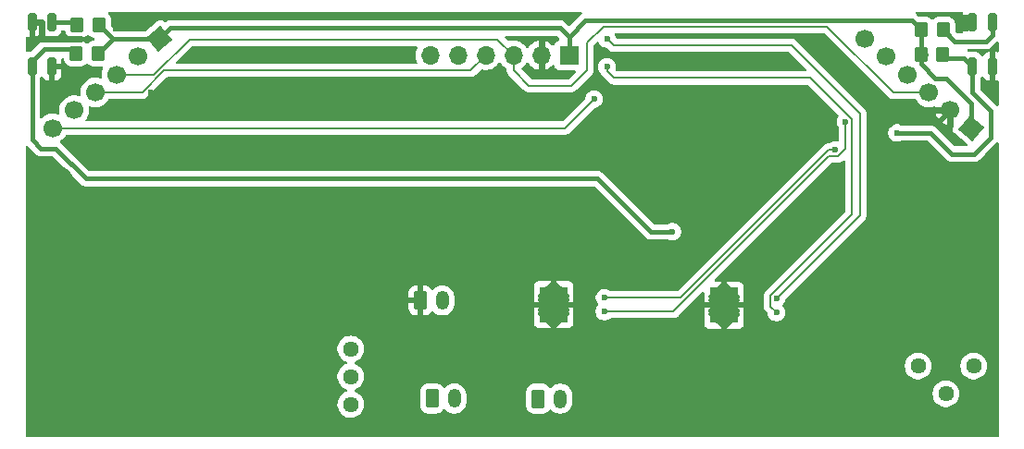
<source format=gbr>
%TF.GenerationSoftware,KiCad,Pcbnew,9.0.1+1*%
%TF.CreationDate,2025-05-17T11:18:49+02:00*%
%TF.ProjectId,WikiSumo_v25,57696b69-5375-46d6-9f5f-7632352e6b69,rev?*%
%TF.SameCoordinates,Original*%
%TF.FileFunction,Copper,L2,Bot*%
%TF.FilePolarity,Positive*%
%FSLAX46Y46*%
G04 Gerber Fmt 4.6, Leading zero omitted, Abs format (unit mm)*
G04 Created by KiCad (PCBNEW 9.0.1+1) date 2025-05-17 11:18:49*
%MOMM*%
%LPD*%
G01*
G04 APERTURE LIST*
G04 Aperture macros list*
%AMRoundRect*
0 Rectangle with rounded corners*
0 $1 Rounding radius*
0 $2 $3 $4 $5 $6 $7 $8 $9 X,Y pos of 4 corners*
0 Add a 4 corners polygon primitive as box body*
4,1,4,$2,$3,$4,$5,$6,$7,$8,$9,$2,$3,0*
0 Add four circle primitives for the rounded corners*
1,1,$1+$1,$2,$3*
1,1,$1+$1,$4,$5*
1,1,$1+$1,$6,$7*
1,1,$1+$1,$8,$9*
0 Add four rect primitives between the rounded corners*
20,1,$1+$1,$2,$3,$4,$5,0*
20,1,$1+$1,$4,$5,$6,$7,0*
20,1,$1+$1,$6,$7,$8,$9,0*
20,1,$1+$1,$8,$9,$2,$3,0*%
%AMHorizOval*
0 Thick line with rounded ends*
0 $1 width*
0 $2 $3 position (X,Y) of the first rounded end (center of the circle)*
0 $4 $5 position (X,Y) of the second rounded end (center of the circle)*
0 Add line between two ends*
20,1,$1,$2,$3,$4,$5,0*
0 Add two circle primitives to create the rounded ends*
1,1,$1,$2,$3*
1,1,$1,$4,$5*%
%AMRotRect*
0 Rectangle, with rotation*
0 The origin of the aperture is its center*
0 $1 length*
0 $2 width*
0 $3 Rotation angle, in degrees counterclockwise*
0 Add horizontal line*
21,1,$1,$2,0,0,$3*%
G04 Aperture macros list end*
%TA.AperFunction,ComponentPad*%
%ADD10RoundRect,0.250000X-0.350000X-0.625000X0.350000X-0.625000X0.350000X0.625000X-0.350000X0.625000X0*%
%TD*%
%TA.AperFunction,ComponentPad*%
%ADD11O,1.200000X1.750000*%
%TD*%
%TA.AperFunction,ComponentPad*%
%ADD12RotRect,1.700000X1.700000X230.000000*%
%TD*%
%TA.AperFunction,ComponentPad*%
%ADD13HorizOval,1.700000X0.000000X0.000000X0.000000X0.000000X0*%
%TD*%
%TA.AperFunction,ComponentPad*%
%ADD14C,1.440000*%
%TD*%
%TA.AperFunction,ComponentPad*%
%ADD15RotRect,1.700000X1.700000X310.000000*%
%TD*%
%TA.AperFunction,ComponentPad*%
%ADD16HorizOval,1.700000X0.000000X0.000000X0.000000X0.000000X0*%
%TD*%
%TA.AperFunction,ComponentPad*%
%ADD17C,0.630000*%
%TD*%
%TA.AperFunction,SMDPad,CuDef*%
%ADD18R,2.600000X3.300000*%
%TD*%
%TA.AperFunction,ComponentPad*%
%ADD19R,1.700000X1.700000*%
%TD*%
%TA.AperFunction,ComponentPad*%
%ADD20O,1.700000X1.700000*%
%TD*%
%TA.AperFunction,SMDPad,CuDef*%
%ADD21RoundRect,0.250000X-0.350000X-0.450000X0.350000X-0.450000X0.350000X0.450000X-0.350000X0.450000X0*%
%TD*%
%TA.AperFunction,SMDPad,CuDef*%
%ADD22RoundRect,0.197500X0.197500X0.632500X-0.197500X0.632500X-0.197500X-0.632500X0.197500X-0.632500X0*%
%TD*%
%TA.AperFunction,SMDPad,CuDef*%
%ADD23RoundRect,0.250000X0.350000X0.450000X-0.350000X0.450000X-0.350000X-0.450000X0.350000X-0.450000X0*%
%TD*%
%TA.AperFunction,ViaPad*%
%ADD24C,0.600000*%
%TD*%
%TA.AperFunction,ViaPad*%
%ADD25C,4.100000*%
%TD*%
%TA.AperFunction,Conductor*%
%ADD26C,0.200000*%
%TD*%
%TA.AperFunction,Conductor*%
%ADD27C,0.400000*%
%TD*%
%TA.AperFunction,Conductor*%
%ADD28C,0.600000*%
%TD*%
G04 APERTURE END LIST*
D10*
%TO.P,J4,1,Pin_1*%
%TO.N,GND*%
X141620000Y-96970000D03*
D11*
%TO.P,J4,2,Pin_2*%
%TO.N,+BATT*%
X143620000Y-96970000D03*
%TD*%
D12*
%TO.P,J3,1,Pin_1*%
%TO.N,+3V3*%
X192000000Y-81163403D03*
D13*
%TO.P,J3,2,Pin_2*%
%TO.N,GND*%
X190054247Y-79530722D03*
%TO.P,J3,3,Pin_3*%
%TO.N,SCL*%
X188108494Y-77898042D03*
%TO.P,J3,4,Pin_4*%
%TO.N,SDA*%
X186162741Y-76265361D03*
%TO.P,J3,5,Pin_5*%
%TO.N,unconnected-(J3-Pin_5-Pad5)*%
X184216988Y-74632681D03*
%TO.P,J3,6,Pin_6*%
%TO.N,VL53L0X_R*%
X182271235Y-73000000D03*
%TD*%
D14*
%TO.P,RV2,1,1*%
%TO.N,Net-(U7-FB)*%
X135250000Y-101420000D03*
%TO.P,RV2,2,2*%
X135250000Y-103960000D03*
%TO.P,RV2,3,3*%
%TO.N,+5V*%
X135250000Y-106500000D03*
%TD*%
D10*
%TO.P,J6,1,Pin_1*%
%TO.N,Net-(J6-Pin_1)*%
X152400000Y-105970000D03*
D11*
%TO.P,J6,2,Pin_2*%
%TO.N,Net-(J6-Pin_2)*%
X154400000Y-105970000D03*
%TD*%
D15*
%TO.P,J1,1,Pin_1*%
%TO.N,+3V3*%
X117728764Y-73000000D03*
D16*
%TO.P,J1,2,Pin_2*%
%TO.N,GND*%
X115783011Y-74632681D03*
%TO.P,J1,3,Pin_3*%
%TO.N,SCL*%
X113837258Y-76265361D03*
%TO.P,J1,4,Pin_4*%
%TO.N,SDA*%
X111891505Y-77898042D03*
%TO.P,J1,5,Pin_5*%
%TO.N,unconnected-(J1-Pin_5-Pad5)*%
X109945752Y-79530722D03*
%TO.P,J1,6,Pin_6*%
%TO.N,VL53L0X_L*%
X108000000Y-81163403D03*
%TD*%
D14*
%TO.P,RV1,1,1*%
%TO.N,Net-(R5-Pad1)*%
X187130000Y-102970000D03*
%TO.P,RV1,2,2*%
%TO.N,Net-(U6-FB)*%
X189670000Y-105510000D03*
%TO.P,RV1,3,3*%
%TO.N,+12V*%
X192210000Y-102970000D03*
%TD*%
D17*
%TO.P,U2,9,GND*%
%TO.N,GND*%
X154445000Y-98645000D03*
X154445000Y-97345000D03*
X154445000Y-96045000D03*
D18*
X153795000Y-97345000D03*
D17*
X153145000Y-98645000D03*
X153145000Y-97345000D03*
X153145000Y-96045000D03*
%TD*%
D10*
%TO.P,J5,1,Pin_1*%
%TO.N,Net-(J5-Pin_1)*%
X142700000Y-105950000D03*
D11*
%TO.P,J5,2,Pin_2*%
%TO.N,Net-(J5-Pin_2)*%
X144700000Y-105950000D03*
%TD*%
D17*
%TO.P,U5,9,GND*%
%TO.N,GND*%
X170025000Y-98705000D03*
X170025000Y-97405000D03*
X170025000Y-96105000D03*
D18*
X169375000Y-97405000D03*
D17*
X168725000Y-98705000D03*
X168725000Y-97405000D03*
X168725000Y-96105000D03*
%TD*%
D19*
%TO.P,J2,1,Pin_1*%
%TO.N,+3V3*%
X155200000Y-74500000D03*
D20*
%TO.P,J2,2,Pin_2*%
%TO.N,GND*%
X152660000Y-74500000D03*
%TO.P,J2,3,Pin_3*%
%TO.N,SCL*%
X150120000Y-74500000D03*
%TO.P,J2,4,Pin_4*%
%TO.N,SDA*%
X147580000Y-74500000D03*
%TO.P,J2,5,Pin_5*%
%TO.N,unconnected-(J2-Pin_5-Pad5)*%
X145040000Y-74500000D03*
%TO.P,J2,6,Pin_6*%
%TO.N,VL53L0X_C*%
X142500000Y-74500000D03*
%TD*%
D21*
%TO.P,R1,1*%
%TO.N,Net-(U3-A)*%
X110230000Y-71710000D03*
%TO.P,R1,2*%
%TO.N,+3V3*%
X112230000Y-71710000D03*
%TD*%
D22*
%TO.P,U3,1,A*%
%TO.N,Net-(U3-A)*%
X107900000Y-71500000D03*
%TO.P,U3,2,K*%
%TO.N,GND*%
X107900000Y-75500000D03*
%TO.P,U3,3*%
%TO.N,QR1113_L*%
X106100000Y-75500000D03*
%TO.P,U3,4*%
%TO.N,GND*%
X106100000Y-71500000D03*
%TD*%
D23*
%TO.P,R2,1*%
%TO.N,+3V3*%
X112140000Y-74340000D03*
%TO.P,R2,2*%
%TO.N,QR1113_L*%
X110140000Y-74340000D03*
%TD*%
%TO.P,R3,1*%
%TO.N,Net-(U4-A)*%
X189420000Y-72160000D03*
%TO.P,R3,2*%
%TO.N,+3V3*%
X187420000Y-72160000D03*
%TD*%
D22*
%TO.P,U4,1,A*%
%TO.N,Net-(U4-A)*%
X193900000Y-71500000D03*
%TO.P,U4,2,K*%
%TO.N,GND*%
X193900000Y-75500000D03*
%TO.P,U4,3*%
%TO.N,QR1113_R*%
X192100000Y-75500000D03*
%TO.P,U4,4*%
%TO.N,GND*%
X192100000Y-71500000D03*
%TD*%
D21*
%TO.P,R4,1*%
%TO.N,+3V3*%
X187390000Y-74420000D03*
%TO.P,R4,2*%
%TO.N,QR1113_R*%
X189390000Y-74420000D03*
%TD*%
D24*
%TO.N,GND*%
X139860000Y-74050000D03*
X142540000Y-76820000D03*
X141360000Y-76820000D03*
X164580000Y-78800000D03*
X166580000Y-78800000D03*
X166580000Y-77800000D03*
X164580000Y-77800000D03*
X165580000Y-78800000D03*
X165580000Y-77800000D03*
X179460000Y-76050000D03*
X179470000Y-75030000D03*
X193140000Y-77000000D03*
X193960000Y-77770000D03*
%TO.N,QR1113_L*%
X164654381Y-90672008D03*
%TO.N,QR1113_R*%
X185200000Y-81620000D03*
%TO.N,VL53L0X_L*%
X157500000Y-78500000D03*
%TO.N,GND*%
X147500000Y-87500000D03*
X190220000Y-108810000D03*
X142500000Y-87500000D03*
X109500000Y-73000000D03*
X169550000Y-108830000D03*
X138700000Y-101930000D03*
X168020000Y-74640000D03*
X149030000Y-92780000D03*
X108000000Y-91500000D03*
X149470000Y-104800000D03*
X174850000Y-99960000D03*
X139360000Y-92240000D03*
X186640000Y-80220000D03*
X186830000Y-82700000D03*
X125390000Y-108270000D03*
X124790000Y-78980000D03*
X169380000Y-88640000D03*
X108961133Y-92500000D03*
X189340000Y-100180000D03*
X152380000Y-83500000D03*
X137710000Y-76990000D03*
X187470000Y-80230000D03*
X107260000Y-77440000D03*
X185270000Y-92300000D03*
X190340000Y-99180000D03*
X148030000Y-92780000D03*
X108220000Y-77450000D03*
X133940000Y-74499000D03*
X169860000Y-80170000D03*
X182970000Y-102250000D03*
X109000000Y-90500000D03*
X148470000Y-105800000D03*
X149030000Y-93780000D03*
X160070000Y-107690000D03*
X132000000Y-102500000D03*
X124390000Y-108270000D03*
X108000000Y-90500000D03*
X183980000Y-107910000D03*
X189340000Y-99180000D03*
X107280000Y-78400000D03*
X170380000Y-88640000D03*
X170550000Y-107830000D03*
X170830000Y-83630000D03*
X181980000Y-107910000D03*
X193520000Y-93660000D03*
X171680000Y-100650000D03*
X115730000Y-72050000D03*
X148470000Y-103800000D03*
X152440000Y-80090000D03*
X109000000Y-91500000D03*
X139700000Y-102930000D03*
X168020000Y-75640000D03*
X169550000Y-107830000D03*
X124390000Y-107270000D03*
X170680000Y-101650000D03*
X148030000Y-93780000D03*
X171680000Y-101650000D03*
X135370000Y-74490000D03*
X191240000Y-108780000D03*
X139700000Y-101930000D03*
X170860000Y-80170000D03*
X117000000Y-79000000D03*
X169830000Y-82630000D03*
X168380000Y-88640000D03*
X123790000Y-77980000D03*
X170550000Y-108830000D03*
X147030000Y-93780000D03*
X170860000Y-81170000D03*
X141390000Y-77610000D03*
X171860000Y-81170000D03*
X192150000Y-108780000D03*
X183330000Y-77930000D03*
X126000000Y-97500000D03*
X192520000Y-93660000D03*
X159250000Y-107670000D03*
X110000000Y-92500000D03*
X132000000Y-104500000D03*
X114730000Y-72050000D03*
X187830000Y-82700000D03*
X168380000Y-87640000D03*
X170830000Y-82630000D03*
X143500000Y-83500000D03*
X125790000Y-77980000D03*
X125000000Y-96500000D03*
X139060000Y-74060000D03*
X193949000Y-77010000D03*
X110500000Y-73000000D03*
X158390000Y-107670000D03*
X167020000Y-74640000D03*
X176850000Y-100960000D03*
X188340000Y-99180000D03*
X169830000Y-83630000D03*
X139700000Y-103930000D03*
X169680000Y-101650000D03*
X182980000Y-107910000D03*
X150000000Y-87500000D03*
X175850000Y-100960000D03*
X171550000Y-108830000D03*
X138360000Y-92240000D03*
X125790000Y-78980000D03*
X185250000Y-93080000D03*
X125460000Y-74530000D03*
X139360000Y-93240000D03*
X184190000Y-100380000D03*
X188340000Y-100180000D03*
X157500000Y-84500000D03*
X193520000Y-92660000D03*
X113730000Y-71050000D03*
X184400000Y-92300000D03*
X169380000Y-87640000D03*
X140360000Y-92240000D03*
X115730000Y-71050000D03*
X138700000Y-103930000D03*
X169860000Y-81170000D03*
X157730000Y-100630000D03*
X133500000Y-102500000D03*
X182980000Y-108910000D03*
X152410000Y-79180000D03*
X123790000Y-78980000D03*
X134160000Y-76845361D03*
X133300000Y-76845361D03*
X171550000Y-107830000D03*
X113730000Y-72050000D03*
X169680000Y-100650000D03*
X169020000Y-74640000D03*
X184190000Y-95810000D03*
X191000000Y-72000000D03*
X149470000Y-105800000D03*
X114730000Y-71050000D03*
X136440000Y-76940000D03*
X149470000Y-103800000D03*
X174850000Y-100960000D03*
X142540000Y-77590000D03*
X156000000Y-84500000D03*
X171860000Y-80170000D03*
X170380000Y-87640000D03*
X116970000Y-77920000D03*
D25*
X108000000Y-86500000D03*
D24*
X186830000Y-83700000D03*
X192520000Y-92660000D03*
X145000000Y-87500000D03*
X146000000Y-83500000D03*
X170020000Y-75640000D03*
X147030000Y-92780000D03*
X156730000Y-100630000D03*
X184410000Y-93090000D03*
X140360000Y-93240000D03*
X185830000Y-82700000D03*
X156500000Y-87000000D03*
X124790000Y-77980000D03*
X191520000Y-93660000D03*
X146240000Y-79310000D03*
X158730000Y-100630000D03*
X182230000Y-77930000D03*
X171830000Y-83630000D03*
X182340000Y-101500000D03*
X185840000Y-80210000D03*
X138360000Y-93240000D03*
X169020000Y-75640000D03*
X127030000Y-74590000D03*
X141000000Y-83500000D03*
X118520000Y-77940000D03*
X191000000Y-71000000D03*
X175850000Y-99960000D03*
X126390000Y-108270000D03*
X118500000Y-79000000D03*
X108000000Y-92500000D03*
X186060000Y-92320000D03*
X185830000Y-83700000D03*
X183980000Y-108910000D03*
X148470000Y-104800000D03*
X183680000Y-102840000D03*
X170020000Y-74640000D03*
X138700000Y-102930000D03*
X125390000Y-107270000D03*
X190340000Y-100180000D03*
X126390000Y-107270000D03*
X110000000Y-90500000D03*
X167020000Y-75640000D03*
X186060000Y-93080000D03*
X171830000Y-82630000D03*
X110000000Y-91500000D03*
X176850000Y-99960000D03*
X181980000Y-108910000D03*
X170680000Y-100650000D03*
X191520000Y-92660000D03*
X187830000Y-83700000D03*
%TO.N,DRV8871_BI1*%
X174210000Y-96770000D03*
X158690000Y-73010000D03*
%TO.N,DRV8871_AI1*%
X158450000Y-96700000D03*
X179560000Y-83170000D03*
%TO.N,DRV8871_AI2*%
X180470000Y-80590000D03*
X158440000Y-97980000D03*
%TO.N,DRV8871_BI2*%
X158670000Y-75540000D03*
X174170000Y-98070000D03*
%TD*%
D26*
%TO.N,DRV8871_BI1*%
X158690000Y-73010000D02*
X158750000Y-73010000D01*
X158750000Y-73010000D02*
X159320000Y-73580000D01*
X159320000Y-73580000D02*
X175540000Y-73580000D01*
X175540000Y-73580000D02*
X181800000Y-79840000D01*
X181800000Y-79840000D02*
X181800000Y-89180000D01*
X181800000Y-89180000D02*
X174210000Y-96770000D01*
%TO.N,SCL*%
X150120000Y-74500000D02*
X150120000Y-75880000D01*
X156840000Y-73360000D02*
X158331000Y-71869000D01*
X150120000Y-75880000D02*
X151530000Y-77290000D01*
X151530000Y-77290000D02*
X155420000Y-77290000D01*
X178819000Y-71869000D02*
X184848042Y-77898042D01*
X155420000Y-77290000D02*
X156840000Y-75870000D01*
X156840000Y-75870000D02*
X156840000Y-73360000D01*
X158331000Y-71869000D02*
X178819000Y-71869000D01*
X184848042Y-77898042D02*
X188108494Y-77898042D01*
%TO.N,DRV8871_BI2*%
X177282659Y-76581000D02*
X181051000Y-80349341D01*
X158670000Y-75540000D02*
X158670000Y-75910000D01*
X158670000Y-75910000D02*
X159341000Y-76581000D01*
X159341000Y-76581000D02*
X177282659Y-76581000D01*
X181051000Y-80349341D02*
X181051000Y-89107341D01*
X181051000Y-89107341D02*
X173629000Y-96529341D01*
X173629000Y-96529341D02*
X173629000Y-97529000D01*
X173629000Y-97529000D02*
X174170000Y-98070000D01*
D27*
%TO.N,QR1113_R*%
X185200000Y-81620000D02*
X188280000Y-81620000D01*
X188280000Y-81620000D02*
X190201091Y-83541091D01*
X190201091Y-83541091D02*
X192268909Y-83541091D01*
X192268909Y-83541091D02*
X193790000Y-82020000D01*
X193790000Y-82020000D02*
X193790000Y-79612000D01*
X193790000Y-79612000D02*
X192090000Y-77912000D01*
X192090000Y-77912000D02*
X192090000Y-75510000D01*
X192090000Y-75510000D02*
X192100000Y-75500000D01*
D28*
%TO.N,GND*%
X107000000Y-73000000D02*
X109500000Y-73000000D01*
X110500000Y-73000000D02*
X109500000Y-73000000D01*
D27*
%TO.N,QR1113_L*%
X110185000Y-74500000D02*
X109565000Y-73880000D01*
X109565000Y-73880000D02*
X107270000Y-73880000D01*
X107270000Y-73880000D02*
X106100000Y-75050000D01*
X106100000Y-75050000D02*
X106100000Y-75500000D01*
X164654381Y-90672008D02*
X162672008Y-90672008D01*
X106100000Y-82250000D02*
X106100000Y-75500000D01*
X162672008Y-90672008D02*
X157799000Y-85799000D01*
X157799000Y-85799000D02*
X111007837Y-85799000D01*
X111007837Y-85799000D02*
X108248837Y-83040000D01*
X108248837Y-83040000D02*
X106890000Y-83040000D01*
X106890000Y-83040000D02*
X106100000Y-82250000D01*
%TO.N,Net-(U3-A)*%
X110020000Y-71500000D02*
X110230000Y-71710000D01*
X107900000Y-71500000D02*
X110020000Y-71500000D01*
%TO.N,+3V3*%
X112140000Y-74340000D02*
X112180000Y-74340000D01*
X187390000Y-74420000D02*
X187810000Y-74420000D01*
X113520000Y-73000000D02*
X112230000Y-71710000D01*
X186580000Y-71320000D02*
X156710000Y-71320000D01*
X187390000Y-75270000D02*
X188720000Y-76600000D01*
X112180000Y-74340000D02*
X113520000Y-73000000D01*
X155200000Y-74500000D02*
X155200000Y-72840000D01*
X156710000Y-71320000D02*
X155200000Y-72830000D01*
X187390000Y-74420000D02*
X187390000Y-75270000D01*
X154360000Y-72000000D02*
X118728764Y-72000000D01*
X189710000Y-76600000D02*
X192000000Y-78890000D01*
X187420000Y-72160000D02*
X186580000Y-71320000D01*
X192000000Y-78890000D02*
X192000000Y-81163403D01*
X117728764Y-73000000D02*
X113520000Y-73000000D01*
X118728764Y-72000000D02*
X117728764Y-73000000D01*
X187390000Y-72190000D02*
X187420000Y-72160000D01*
X155200000Y-72830000D02*
X155200000Y-74500000D01*
X155200000Y-72840000D02*
X154360000Y-72000000D01*
X187390000Y-74420000D02*
X187390000Y-72190000D01*
X188720000Y-76600000D02*
X189710000Y-76600000D01*
%TO.N,Net-(U4-A)*%
X193900000Y-72670000D02*
X193900000Y-71500000D01*
X190470000Y-73210000D02*
X193360000Y-73210000D01*
X189420000Y-72160000D02*
X190470000Y-73210000D01*
X193360000Y-73210000D02*
X193900000Y-72670000D01*
%TO.N,QR1113_R*%
X189340000Y-74750000D02*
X191350000Y-74750000D01*
X191350000Y-74750000D02*
X192100000Y-75500000D01*
D26*
%TO.N,SDA*%
X146180000Y-75900000D02*
X147580000Y-74500000D01*
X116170299Y-77898042D02*
X118168341Y-75900000D01*
X118168341Y-75900000D02*
X146180000Y-75900000D01*
X111891505Y-77898042D02*
X116170299Y-77898042D01*
%TO.N,SCL*%
X120489525Y-73040000D02*
X117264164Y-76265361D01*
X117264164Y-76265361D02*
X113837258Y-76265361D01*
X150120000Y-74500000D02*
X148660000Y-73040000D01*
X148660000Y-73040000D02*
X120489525Y-73040000D01*
%TO.N,VL53L0X_L*%
X154836597Y-81163403D02*
X157500000Y-78500000D01*
X108000000Y-81163403D02*
X154836597Y-81163403D01*
D28*
%TO.N,GND*%
X190054247Y-79530722D02*
X190054247Y-80875753D01*
X191600000Y-72000000D02*
X191000000Y-72000000D01*
X152660000Y-75840000D02*
X152500000Y-76000000D01*
X188169278Y-79530722D02*
X187470000Y-80230000D01*
X106100000Y-71500000D02*
X107000000Y-71500000D01*
X107000000Y-71500000D02*
X107000000Y-73000000D01*
X191600000Y-71000000D02*
X192100000Y-71500000D01*
X152660000Y-74500000D02*
X152660000Y-73160000D01*
X106100000Y-71500000D02*
X106000000Y-71500000D01*
X192100000Y-71500000D02*
X191600000Y-72000000D01*
X106100000Y-71100000D02*
X106000000Y-71000000D01*
X191600000Y-71000000D02*
X191000000Y-71000000D01*
X190054247Y-79530722D02*
X190469278Y-79530722D01*
X190054247Y-79530722D02*
X188169278Y-79530722D01*
X152660000Y-74500000D02*
X152660000Y-75840000D01*
X190054247Y-80875753D02*
X189650000Y-81280000D01*
D26*
%TO.N,DRV8871_AI1*%
X158450000Y-96700000D02*
X165380000Y-96700000D01*
X178910000Y-83170000D02*
X179560000Y-83170000D01*
X158450000Y-96700000D02*
X158460000Y-96710000D01*
X165380000Y-96700000D02*
X178910000Y-83170000D01*
%TO.N,DRV8871_AI2*%
X158440000Y-97980000D02*
X164740000Y-97980000D01*
X180470000Y-83081659D02*
X180470000Y-80590000D01*
X164740000Y-97980000D02*
X178969000Y-83751000D01*
X158440000Y-97980000D02*
X158450000Y-97990000D01*
X178969000Y-83751000D02*
X179800659Y-83751000D01*
X179800659Y-83751000D02*
X180470000Y-83081659D01*
%TD*%
%TA.AperFunction,Conductor*%
%TO.N,GND*%
G36*
X178585942Y-72489185D02*
G01*
X178606584Y-72505819D01*
X184363181Y-78262416D01*
X184363191Y-78262427D01*
X184367521Y-78266757D01*
X184367522Y-78266758D01*
X184479326Y-78378562D01*
X184552731Y-78420942D01*
X184616257Y-78457619D01*
X184768985Y-78498543D01*
X184768988Y-78498543D01*
X184934695Y-78498543D01*
X184934711Y-78498542D01*
X186822775Y-78498542D01*
X186889814Y-78518227D01*
X186933259Y-78566247D01*
X186953441Y-78605856D01*
X186953442Y-78605857D01*
X187078384Y-78777828D01*
X187228707Y-78928151D01*
X187400673Y-79053090D01*
X187400675Y-79053091D01*
X187400678Y-79053093D01*
X187590082Y-79149599D01*
X187792251Y-79215288D01*
X188002207Y-79248542D01*
X188002208Y-79248542D01*
X188214780Y-79248542D01*
X188214781Y-79248542D01*
X188424737Y-79215288D01*
X188561899Y-79170720D01*
X188631736Y-79168726D01*
X188691569Y-79204806D01*
X188722398Y-79267506D01*
X188722687Y-79308050D01*
X188704247Y-79424475D01*
X188704247Y-79636968D01*
X188737489Y-79846849D01*
X188737489Y-79846852D01*
X188803151Y-80048939D01*
X188899626Y-80238279D01*
X189008471Y-80388094D01*
X189582907Y-79703508D01*
X189588322Y-79723715D01*
X189654148Y-79837729D01*
X189747240Y-79930821D01*
X189861254Y-79996647D01*
X189966073Y-80024733D01*
X189392269Y-80708567D01*
X189536024Y-80781814D01*
X189738118Y-80847479D01*
X189948001Y-80880722D01*
X190160493Y-80880722D01*
X190217694Y-80871662D01*
X190286987Y-80880616D01*
X190340439Y-80925612D01*
X190361079Y-80992364D01*
X190353947Y-81035620D01*
X190306757Y-81168542D01*
X190298770Y-81312240D01*
X190298770Y-81312241D01*
X190331590Y-81452371D01*
X190331590Y-81452372D01*
X190331591Y-81452373D01*
X190331592Y-81452377D01*
X190402558Y-81577576D01*
X190402560Y-81577578D01*
X190444105Y-81620804D01*
X191636810Y-82621601D01*
X191675512Y-82679773D01*
X191676620Y-82749634D01*
X191639783Y-82809004D01*
X191576696Y-82839033D01*
X191557104Y-82840591D01*
X190542610Y-82840591D01*
X190475571Y-82820906D01*
X190454929Y-82804272D01*
X188726546Y-81075888D01*
X188726545Y-81075887D01*
X188611807Y-80999222D01*
X188484332Y-80946421D01*
X188484322Y-80946418D01*
X188348996Y-80919500D01*
X188348994Y-80919500D01*
X188348993Y-80919500D01*
X185625316Y-80919500D01*
X185577864Y-80910061D01*
X185433501Y-80850264D01*
X185433489Y-80850261D01*
X185278845Y-80819500D01*
X185278842Y-80819500D01*
X185121158Y-80819500D01*
X185121155Y-80819500D01*
X184966510Y-80850261D01*
X184966498Y-80850264D01*
X184820827Y-80910602D01*
X184820814Y-80910609D01*
X184689711Y-80998210D01*
X184689707Y-80998213D01*
X184578213Y-81109707D01*
X184578210Y-81109711D01*
X184490609Y-81240814D01*
X184490602Y-81240827D01*
X184430264Y-81386498D01*
X184430261Y-81386510D01*
X184399500Y-81541153D01*
X184399500Y-81698846D01*
X184430261Y-81853489D01*
X184430264Y-81853501D01*
X184490602Y-81999172D01*
X184490609Y-81999185D01*
X184578210Y-82130288D01*
X184578213Y-82130292D01*
X184689707Y-82241786D01*
X184689711Y-82241789D01*
X184820814Y-82329390D01*
X184820827Y-82329397D01*
X184887031Y-82356819D01*
X184966503Y-82389737D01*
X185114748Y-82419225D01*
X185121153Y-82420499D01*
X185121156Y-82420500D01*
X185121158Y-82420500D01*
X185278844Y-82420500D01*
X185278845Y-82420499D01*
X185433497Y-82389737D01*
X185525059Y-82351811D01*
X185577864Y-82329939D01*
X185625316Y-82320500D01*
X187938481Y-82320500D01*
X188005520Y-82340185D01*
X188026162Y-82356819D01*
X189754544Y-84085202D01*
X189754545Y-84085203D01*
X189869283Y-84161868D01*
X189996758Y-84214669D01*
X189996763Y-84214671D01*
X189996767Y-84214671D01*
X189996768Y-84214672D01*
X190132094Y-84241591D01*
X190132097Y-84241591D01*
X192337905Y-84241591D01*
X192428949Y-84223480D01*
X192473237Y-84214671D01*
X192567935Y-84175446D01*
X192600716Y-84161868D01*
X192600717Y-84161867D01*
X192600720Y-84161866D01*
X192715452Y-84085205D01*
X193216545Y-83584112D01*
X194287819Y-82512839D01*
X194349142Y-82479354D01*
X194418834Y-82484338D01*
X194474767Y-82526210D01*
X194499184Y-82591674D01*
X194499500Y-82600520D01*
X194499500Y-109375500D01*
X194479815Y-109442539D01*
X194427011Y-109488294D01*
X194375500Y-109499500D01*
X105624500Y-109499500D01*
X105557461Y-109479815D01*
X105511706Y-109427011D01*
X105500500Y-109375500D01*
X105500500Y-101323945D01*
X134029500Y-101323945D01*
X134029500Y-101516054D01*
X134059553Y-101705802D01*
X134118916Y-101888506D01*
X134195625Y-102039055D01*
X134206135Y-102059681D01*
X134319055Y-102215102D01*
X134454898Y-102350945D01*
X134610319Y-102463865D01*
X134684164Y-102501491D01*
X134781493Y-102551083D01*
X134846081Y-102572069D01*
X134903756Y-102611506D01*
X134930955Y-102675865D01*
X134919041Y-102744711D01*
X134871797Y-102796187D01*
X134846081Y-102807931D01*
X134781493Y-102828916D01*
X134610318Y-102916135D01*
X134537018Y-102969391D01*
X134454898Y-103029055D01*
X134454896Y-103029057D01*
X134454895Y-103029057D01*
X134319057Y-103164895D01*
X134319057Y-103164896D01*
X134319055Y-103164898D01*
X134270560Y-103231645D01*
X134206135Y-103320318D01*
X134118916Y-103491493D01*
X134059553Y-103674197D01*
X134029500Y-103863945D01*
X134029500Y-104056054D01*
X134059553Y-104245802D01*
X134118916Y-104428506D01*
X134193305Y-104574501D01*
X134206135Y-104599681D01*
X134319055Y-104755102D01*
X134454898Y-104890945D01*
X134610319Y-105003865D01*
X134653100Y-105025663D01*
X134781493Y-105091083D01*
X134846081Y-105112069D01*
X134903756Y-105151506D01*
X134930955Y-105215865D01*
X134919041Y-105284711D01*
X134871797Y-105336187D01*
X134846081Y-105347931D01*
X134781493Y-105368916D01*
X134610318Y-105456135D01*
X134521645Y-105520560D01*
X134454898Y-105569055D01*
X134454896Y-105569057D01*
X134454895Y-105569057D01*
X134319057Y-105704895D01*
X134319057Y-105704896D01*
X134319055Y-105704898D01*
X134270560Y-105771645D01*
X134206135Y-105860318D01*
X134118916Y-106031493D01*
X134059553Y-106214197D01*
X134044124Y-106311611D01*
X134029500Y-106403945D01*
X134029500Y-106596055D01*
X134037255Y-106645018D01*
X134059553Y-106785802D01*
X134118916Y-106968506D01*
X134167783Y-107064411D01*
X134206135Y-107139681D01*
X134319055Y-107295102D01*
X134454898Y-107430945D01*
X134610319Y-107543865D01*
X134781491Y-107631082D01*
X134781493Y-107631083D01*
X134872845Y-107660764D01*
X134964199Y-107690447D01*
X135153945Y-107720500D01*
X135153946Y-107720500D01*
X135346054Y-107720500D01*
X135346055Y-107720500D01*
X135535801Y-107690447D01*
X135718509Y-107631082D01*
X135889681Y-107543865D01*
X136045102Y-107430945D01*
X136180945Y-107295102D01*
X136293865Y-107139681D01*
X136381082Y-106968509D01*
X136440447Y-106785801D01*
X136470500Y-106596055D01*
X136470500Y-106403945D01*
X136440447Y-106214199D01*
X136381082Y-106031491D01*
X136293865Y-105860319D01*
X136180945Y-105704898D01*
X136045102Y-105569055D01*
X135889681Y-105456135D01*
X135750583Y-105385260D01*
X135750578Y-105385258D01*
X135718509Y-105368918D01*
X135650804Y-105346919D01*
X135647758Y-105345749D01*
X135622481Y-105326435D01*
X135596243Y-105308494D01*
X135594927Y-105305380D01*
X135592241Y-105303328D01*
X135581986Y-105274983D01*
X141599500Y-105274983D01*
X141599500Y-106625001D01*
X141599501Y-106625018D01*
X141610000Y-106727796D01*
X141610001Y-106727799D01*
X141665185Y-106894331D01*
X141665187Y-106894336D01*
X141688870Y-106932732D01*
X141757288Y-107043656D01*
X141881344Y-107167712D01*
X142030666Y-107259814D01*
X142197203Y-107314999D01*
X142299991Y-107325500D01*
X143100008Y-107325499D01*
X143100016Y-107325498D01*
X143100019Y-107325498D01*
X143156302Y-107319748D01*
X143202797Y-107314999D01*
X143369334Y-107259814D01*
X143518656Y-107167712D01*
X143642712Y-107043656D01*
X143682310Y-106979456D01*
X143734258Y-106932732D01*
X143803220Y-106921509D01*
X143867303Y-106949352D01*
X143875530Y-106956872D01*
X143983072Y-107064414D01*
X144123212Y-107166232D01*
X144277555Y-107244873D01*
X144442299Y-107298402D01*
X144613389Y-107325500D01*
X144613390Y-107325500D01*
X144786610Y-107325500D01*
X144786611Y-107325500D01*
X144957701Y-107298402D01*
X145122445Y-107244873D01*
X145276788Y-107166232D01*
X145416928Y-107064414D01*
X145539414Y-106941928D01*
X145641232Y-106801788D01*
X145719873Y-106647445D01*
X145773402Y-106482701D01*
X145800500Y-106311611D01*
X145800500Y-105588389D01*
X145773402Y-105417299D01*
X145733659Y-105294983D01*
X151299500Y-105294983D01*
X151299500Y-106645001D01*
X151299501Y-106645018D01*
X151310000Y-106747796D01*
X151310001Y-106747799D01*
X151365185Y-106914331D01*
X151365187Y-106914336D01*
X151382206Y-106941928D01*
X151457288Y-107063656D01*
X151581344Y-107187712D01*
X151730666Y-107279814D01*
X151897203Y-107334999D01*
X151999991Y-107345500D01*
X152800008Y-107345499D01*
X152800016Y-107345498D01*
X152800019Y-107345498D01*
X152856302Y-107339748D01*
X152902797Y-107334999D01*
X153069334Y-107279814D01*
X153218656Y-107187712D01*
X153342712Y-107063656D01*
X153382310Y-106999456D01*
X153434258Y-106952732D01*
X153503220Y-106941509D01*
X153567303Y-106969352D01*
X153575530Y-106976872D01*
X153683072Y-107084414D01*
X153823212Y-107186232D01*
X153977555Y-107264873D01*
X154142299Y-107318402D01*
X154313389Y-107345500D01*
X154313390Y-107345500D01*
X154486610Y-107345500D01*
X154486611Y-107345500D01*
X154657701Y-107318402D01*
X154822445Y-107264873D01*
X154976788Y-107186232D01*
X155116928Y-107084414D01*
X155239414Y-106961928D01*
X155341232Y-106821788D01*
X155419873Y-106667445D01*
X155473402Y-106502701D01*
X155500500Y-106331611D01*
X155500500Y-105608389D01*
X155494270Y-105569055D01*
X155473403Y-105437304D01*
X155473402Y-105437303D01*
X155473402Y-105437299D01*
X155465814Y-105413945D01*
X188449500Y-105413945D01*
X188449500Y-105606054D01*
X188479553Y-105795802D01*
X188538916Y-105978506D01*
X188538918Y-105978509D01*
X188626135Y-106149681D01*
X188739055Y-106305102D01*
X188874898Y-106440945D01*
X189030319Y-106553865D01*
X189169944Y-106625008D01*
X189201493Y-106641083D01*
X189282635Y-106667447D01*
X189384199Y-106700447D01*
X189573945Y-106730500D01*
X189573946Y-106730500D01*
X189766054Y-106730500D01*
X189766055Y-106730500D01*
X189955801Y-106700447D01*
X190138509Y-106641082D01*
X190309681Y-106553865D01*
X190465102Y-106440945D01*
X190600945Y-106305102D01*
X190713865Y-106149681D01*
X190801082Y-105978509D01*
X190860447Y-105795801D01*
X190890500Y-105606055D01*
X190890500Y-105413945D01*
X190860447Y-105224199D01*
X190801082Y-105041491D01*
X190713865Y-104870319D01*
X190600945Y-104714898D01*
X190465102Y-104579055D01*
X190309681Y-104466135D01*
X190138506Y-104378916D01*
X189955802Y-104319553D01*
X189860928Y-104304526D01*
X189766055Y-104289500D01*
X189573945Y-104289500D01*
X189510696Y-104299517D01*
X189384197Y-104319553D01*
X189201493Y-104378916D01*
X189030318Y-104466135D01*
X188941645Y-104530560D01*
X188874898Y-104579055D01*
X188874896Y-104579057D01*
X188874895Y-104579057D01*
X188739057Y-104714895D01*
X188739057Y-104714896D01*
X188739055Y-104714898D01*
X188709844Y-104755104D01*
X188626135Y-104870318D01*
X188538916Y-105041493D01*
X188479553Y-105224197D01*
X188449500Y-105413945D01*
X155465814Y-105413945D01*
X155419873Y-105272555D01*
X155341232Y-105118212D01*
X155239414Y-104978072D01*
X155116928Y-104855586D01*
X154976788Y-104753768D01*
X154822445Y-104675127D01*
X154657701Y-104621598D01*
X154657699Y-104621597D01*
X154657698Y-104621597D01*
X154526271Y-104600781D01*
X154486611Y-104594500D01*
X154313389Y-104594500D01*
X154273728Y-104600781D01*
X154142302Y-104621597D01*
X153977552Y-104675128D01*
X153823211Y-104753768D01*
X153683073Y-104855585D01*
X153575530Y-104963128D01*
X153514207Y-104996612D01*
X153444515Y-104991628D01*
X153388582Y-104949756D01*
X153382310Y-104940543D01*
X153342712Y-104876344D01*
X153218656Y-104752288D01*
X153093559Y-104675128D01*
X153069336Y-104660187D01*
X153069331Y-104660185D01*
X153054067Y-104655127D01*
X152902797Y-104605001D01*
X152902795Y-104605000D01*
X152800010Y-104594500D01*
X151999998Y-104594500D01*
X151999980Y-104594501D01*
X151897203Y-104605000D01*
X151897200Y-104605001D01*
X151730668Y-104660185D01*
X151730663Y-104660187D01*
X151581342Y-104752289D01*
X151457289Y-104876342D01*
X151365187Y-105025663D01*
X151365186Y-105025666D01*
X151310001Y-105192203D01*
X151310001Y-105192204D01*
X151310000Y-105192204D01*
X151299500Y-105294983D01*
X145733659Y-105294983D01*
X145719873Y-105252555D01*
X145719871Y-105252552D01*
X145719871Y-105252550D01*
X145653233Y-105121766D01*
X145641232Y-105098212D01*
X145539414Y-104958072D01*
X145416928Y-104835586D01*
X145276788Y-104733768D01*
X145122445Y-104655127D01*
X144957701Y-104601598D01*
X144957699Y-104601597D01*
X144957698Y-104601597D01*
X144826271Y-104580781D01*
X144786611Y-104574500D01*
X144613389Y-104574500D01*
X144573728Y-104580781D01*
X144442302Y-104601597D01*
X144277552Y-104655128D01*
X144123211Y-104733768D01*
X143983073Y-104835585D01*
X143875530Y-104943128D01*
X143814207Y-104976612D01*
X143744515Y-104971628D01*
X143688582Y-104929756D01*
X143682310Y-104920543D01*
X143664052Y-104890942D01*
X143642712Y-104856344D01*
X143518656Y-104732288D01*
X143401761Y-104660187D01*
X143369336Y-104640187D01*
X143369331Y-104640185D01*
X143313236Y-104621597D01*
X143202797Y-104585001D01*
X143202795Y-104585000D01*
X143100010Y-104574500D01*
X142299998Y-104574500D01*
X142299980Y-104574501D01*
X142197203Y-104585000D01*
X142197200Y-104585001D01*
X142030668Y-104640185D01*
X142030663Y-104640187D01*
X141881342Y-104732289D01*
X141757289Y-104856342D01*
X141665187Y-105005663D01*
X141665185Y-105005668D01*
X141658558Y-105025668D01*
X141610001Y-105172203D01*
X141610001Y-105172204D01*
X141610000Y-105172204D01*
X141599500Y-105274983D01*
X135581986Y-105274983D01*
X135581425Y-105273431D01*
X135569044Y-105244136D01*
X135569620Y-105240803D01*
X135568471Y-105237626D01*
X135575534Y-105206628D01*
X135580958Y-105175289D01*
X135583243Y-105172798D01*
X135583995Y-105169502D01*
X135606699Y-105147241D01*
X135628202Y-105123813D01*
X135632682Y-105121766D01*
X135633886Y-105120587D01*
X135636413Y-105120063D01*
X135653919Y-105112069D01*
X135718504Y-105091084D01*
X135718506Y-105091082D01*
X135718509Y-105091082D01*
X135889681Y-105003865D01*
X136045102Y-104890945D01*
X136180945Y-104755102D01*
X136293865Y-104599681D01*
X136381082Y-104428509D01*
X136440447Y-104245801D01*
X136470500Y-104056055D01*
X136470500Y-103863945D01*
X136440447Y-103674199D01*
X136381082Y-103491491D01*
X136293865Y-103320319D01*
X136180945Y-103164898D01*
X136045102Y-103029055D01*
X135889681Y-102916135D01*
X135806879Y-102873945D01*
X185909500Y-102873945D01*
X185909500Y-103066054D01*
X185939553Y-103255802D01*
X185998916Y-103438506D01*
X185998918Y-103438509D01*
X186086135Y-103609681D01*
X186199055Y-103765102D01*
X186334898Y-103900945D01*
X186490319Y-104013865D01*
X186661491Y-104101082D01*
X186661493Y-104101083D01*
X186752845Y-104130764D01*
X186844199Y-104160447D01*
X187033945Y-104190500D01*
X187033946Y-104190500D01*
X187226054Y-104190500D01*
X187226055Y-104190500D01*
X187415801Y-104160447D01*
X187598509Y-104101082D01*
X187769681Y-104013865D01*
X187925102Y-103900945D01*
X188060945Y-103765102D01*
X188173865Y-103609681D01*
X188261082Y-103438509D01*
X188320447Y-103255801D01*
X188350500Y-103066055D01*
X188350500Y-102873945D01*
X190989500Y-102873945D01*
X190989500Y-103066054D01*
X191019553Y-103255802D01*
X191078916Y-103438506D01*
X191078918Y-103438509D01*
X191166135Y-103609681D01*
X191279055Y-103765102D01*
X191414898Y-103900945D01*
X191570319Y-104013865D01*
X191741491Y-104101082D01*
X191741493Y-104101083D01*
X191832845Y-104130764D01*
X191924199Y-104160447D01*
X192113945Y-104190500D01*
X192113946Y-104190500D01*
X192306054Y-104190500D01*
X192306055Y-104190500D01*
X192495801Y-104160447D01*
X192678509Y-104101082D01*
X192849681Y-104013865D01*
X193005102Y-103900945D01*
X193140945Y-103765102D01*
X193253865Y-103609681D01*
X193341082Y-103438509D01*
X193400447Y-103255801D01*
X193430500Y-103066055D01*
X193430500Y-102873945D01*
X193400447Y-102684199D01*
X193341082Y-102501491D01*
X193253865Y-102330319D01*
X193140945Y-102174898D01*
X193005102Y-102039055D01*
X192849681Y-101926135D01*
X192678506Y-101838916D01*
X192495802Y-101779553D01*
X192400928Y-101764526D01*
X192306055Y-101749500D01*
X192113945Y-101749500D01*
X192050696Y-101759517D01*
X191924197Y-101779553D01*
X191741493Y-101838916D01*
X191570318Y-101926135D01*
X191481645Y-101990560D01*
X191414898Y-102039055D01*
X191414896Y-102039057D01*
X191414895Y-102039057D01*
X191279057Y-102174895D01*
X191279057Y-102174896D01*
X191279055Y-102174898D01*
X191249844Y-102215104D01*
X191166135Y-102330318D01*
X191078916Y-102501493D01*
X191019553Y-102684197D01*
X190989500Y-102873945D01*
X188350500Y-102873945D01*
X188320447Y-102684199D01*
X188261082Y-102501491D01*
X188173865Y-102330319D01*
X188060945Y-102174898D01*
X187925102Y-102039055D01*
X187769681Y-101926135D01*
X187598506Y-101838916D01*
X187415802Y-101779553D01*
X187320928Y-101764526D01*
X187226055Y-101749500D01*
X187033945Y-101749500D01*
X186970696Y-101759517D01*
X186844197Y-101779553D01*
X186661493Y-101838916D01*
X186490318Y-101926135D01*
X186401645Y-101990560D01*
X186334898Y-102039055D01*
X186334896Y-102039057D01*
X186334895Y-102039057D01*
X186199057Y-102174895D01*
X186199057Y-102174896D01*
X186199055Y-102174898D01*
X186169844Y-102215104D01*
X186086135Y-102330318D01*
X185998916Y-102501493D01*
X185939553Y-102684197D01*
X185909500Y-102873945D01*
X135806879Y-102873945D01*
X135718504Y-102828915D01*
X135653919Y-102807931D01*
X135596243Y-102768494D01*
X135569044Y-102704136D01*
X135580958Y-102635289D01*
X135628202Y-102583813D01*
X135653919Y-102572069D01*
X135718504Y-102551084D01*
X135718506Y-102551082D01*
X135718509Y-102551082D01*
X135889681Y-102463865D01*
X136045102Y-102350945D01*
X136180945Y-102215102D01*
X136293865Y-102059681D01*
X136381082Y-101888509D01*
X136440447Y-101705801D01*
X136470500Y-101516055D01*
X136470500Y-101323945D01*
X136440447Y-101134199D01*
X136381082Y-100951491D01*
X136293865Y-100780319D01*
X136180945Y-100624898D01*
X136045102Y-100489055D01*
X135889681Y-100376135D01*
X135718506Y-100288916D01*
X135535802Y-100229553D01*
X135440928Y-100214526D01*
X135346055Y-100199500D01*
X135153945Y-100199500D01*
X135090696Y-100209517D01*
X134964197Y-100229553D01*
X134781493Y-100288916D01*
X134610318Y-100376135D01*
X134521645Y-100440560D01*
X134454898Y-100489055D01*
X134454896Y-100489057D01*
X134454895Y-100489057D01*
X134319057Y-100624895D01*
X134319057Y-100624896D01*
X134319055Y-100624898D01*
X134270560Y-100691645D01*
X134206135Y-100780318D01*
X134118916Y-100951493D01*
X134059553Y-101134197D01*
X134029500Y-101323945D01*
X105500500Y-101323945D01*
X105500500Y-99042844D01*
X151995000Y-99042844D01*
X152001401Y-99102372D01*
X152001403Y-99102379D01*
X152051645Y-99237086D01*
X152051649Y-99237093D01*
X152137809Y-99352187D01*
X152137812Y-99352190D01*
X152252906Y-99438350D01*
X152252913Y-99438354D01*
X152387620Y-99488596D01*
X152387627Y-99488598D01*
X152447155Y-99494999D01*
X152447172Y-99495000D01*
X153545000Y-99495000D01*
X153545000Y-99398554D01*
X153544999Y-99398553D01*
X154045000Y-99398553D01*
X154045000Y-99495000D01*
X155142828Y-99495000D01*
X155142844Y-99494999D01*
X155202372Y-99488598D01*
X155202379Y-99488596D01*
X155337086Y-99438354D01*
X155337093Y-99438350D01*
X155452187Y-99352190D01*
X155452190Y-99352187D01*
X155538350Y-99237093D01*
X155538354Y-99237086D01*
X155588423Y-99102844D01*
X167575000Y-99102844D01*
X167581401Y-99162372D01*
X167581403Y-99162379D01*
X167631645Y-99297086D01*
X167631649Y-99297093D01*
X167717809Y-99412187D01*
X167717812Y-99412190D01*
X167832906Y-99498350D01*
X167832913Y-99498354D01*
X167967620Y-99548596D01*
X167967627Y-99548598D01*
X168027155Y-99554999D01*
X168027172Y-99555000D01*
X169125000Y-99555000D01*
X169125000Y-99458554D01*
X169124999Y-99458553D01*
X169625000Y-99458553D01*
X169625000Y-99555000D01*
X170722828Y-99555000D01*
X170722844Y-99554999D01*
X170782372Y-99548598D01*
X170782379Y-99548596D01*
X170917086Y-99498354D01*
X170917093Y-99498350D01*
X171032187Y-99412190D01*
X171032190Y-99412187D01*
X171118350Y-99297093D01*
X171118354Y-99297086D01*
X171168596Y-99162379D01*
X171168598Y-99162372D01*
X171174999Y-99102844D01*
X171175000Y-99102827D01*
X171175000Y-97655000D01*
X170628553Y-97655000D01*
X170782311Y-97808758D01*
X170815796Y-97870081D01*
X170810812Y-97939773D01*
X170782312Y-97984120D01*
X170711432Y-98055000D01*
X170782312Y-98125880D01*
X170815797Y-98187203D01*
X170810813Y-98256895D01*
X170782312Y-98301242D01*
X169625000Y-99458553D01*
X169124999Y-99458553D01*
X168338625Y-98672179D01*
X168560000Y-98672179D01*
X168560000Y-98737821D01*
X168585119Y-98798465D01*
X168631535Y-98844881D01*
X168692179Y-98870000D01*
X168757821Y-98870000D01*
X168818465Y-98844881D01*
X168864881Y-98798465D01*
X168890000Y-98737821D01*
X168890000Y-98705000D01*
X169078554Y-98705000D01*
X169125000Y-98751445D01*
X169125000Y-98751444D01*
X169625000Y-98751444D01*
X169671445Y-98705000D01*
X169638624Y-98672179D01*
X169860000Y-98672179D01*
X169860000Y-98737821D01*
X169885119Y-98798465D01*
X169931535Y-98844881D01*
X169992179Y-98870000D01*
X170057821Y-98870000D01*
X170118465Y-98844881D01*
X170164881Y-98798465D01*
X170190000Y-98737821D01*
X170190000Y-98672179D01*
X170164881Y-98611535D01*
X170118465Y-98565119D01*
X170057821Y-98540000D01*
X169992179Y-98540000D01*
X169931535Y-98565119D01*
X169885119Y-98611535D01*
X169860000Y-98672179D01*
X169638624Y-98672179D01*
X169625000Y-98658555D01*
X169625000Y-98751444D01*
X169125000Y-98751444D01*
X169125000Y-98658554D01*
X169078554Y-98705000D01*
X168890000Y-98705000D01*
X168890000Y-98672179D01*
X168864881Y-98611535D01*
X168818465Y-98565119D01*
X168757821Y-98540000D01*
X168692179Y-98540000D01*
X168631535Y-98565119D01*
X168585119Y-98611535D01*
X168560000Y-98672179D01*
X168338625Y-98672179D01*
X167967688Y-98301242D01*
X167934203Y-98239919D01*
X167939187Y-98170227D01*
X167944935Y-98157167D01*
X167997107Y-98055000D01*
X168428554Y-98055000D01*
X168725000Y-98351446D01*
X169021446Y-98055000D01*
X169728554Y-98055000D01*
X170025000Y-98351446D01*
X170321446Y-98055000D01*
X170025000Y-97758554D01*
X169728554Y-98055000D01*
X169021446Y-98055000D01*
X168725000Y-97758554D01*
X168428554Y-98055000D01*
X167997107Y-98055000D01*
X168011122Y-98027554D01*
X167967688Y-97984120D01*
X167934203Y-97922797D01*
X167939187Y-97853105D01*
X167967688Y-97808758D01*
X168121446Y-97655000D01*
X167575000Y-97655000D01*
X167575000Y-99102844D01*
X155588423Y-99102844D01*
X155588596Y-99102379D01*
X155588598Y-99102372D01*
X155594999Y-99042844D01*
X155595000Y-99042827D01*
X155595000Y-97595000D01*
X155048553Y-97595000D01*
X155202311Y-97748758D01*
X155235796Y-97810081D01*
X155230812Y-97879773D01*
X155202312Y-97924120D01*
X155131432Y-97995000D01*
X155202312Y-98065880D01*
X155235797Y-98127203D01*
X155230813Y-98196895D01*
X155202312Y-98241242D01*
X154045000Y-99398553D01*
X153544999Y-99398553D01*
X152758625Y-98612179D01*
X152980000Y-98612179D01*
X152980000Y-98677821D01*
X153005119Y-98738465D01*
X153051535Y-98784881D01*
X153112179Y-98810000D01*
X153177821Y-98810000D01*
X153238465Y-98784881D01*
X153284881Y-98738465D01*
X153310000Y-98677821D01*
X153310000Y-98645000D01*
X153498554Y-98645000D01*
X153545000Y-98691445D01*
X153545000Y-98691444D01*
X154045000Y-98691444D01*
X154091445Y-98645000D01*
X154058624Y-98612179D01*
X154280000Y-98612179D01*
X154280000Y-98677821D01*
X154305119Y-98738465D01*
X154351535Y-98784881D01*
X154412179Y-98810000D01*
X154477821Y-98810000D01*
X154538465Y-98784881D01*
X154584881Y-98738465D01*
X154610000Y-98677821D01*
X154610000Y-98612179D01*
X154584881Y-98551535D01*
X154538465Y-98505119D01*
X154477821Y-98480000D01*
X154412179Y-98480000D01*
X154351535Y-98505119D01*
X154305119Y-98551535D01*
X154280000Y-98612179D01*
X154058624Y-98612179D01*
X154045000Y-98598555D01*
X154045000Y-98691444D01*
X153545000Y-98691444D01*
X153545000Y-98598554D01*
X153498554Y-98645000D01*
X153310000Y-98645000D01*
X153310000Y-98612179D01*
X153284881Y-98551535D01*
X153238465Y-98505119D01*
X153177821Y-98480000D01*
X153112179Y-98480000D01*
X153051535Y-98505119D01*
X153005119Y-98551535D01*
X152980000Y-98612179D01*
X152758625Y-98612179D01*
X152387688Y-98241242D01*
X152354203Y-98179919D01*
X152359187Y-98110227D01*
X152364935Y-98097167D01*
X152417107Y-97995000D01*
X152848554Y-97995000D01*
X153145000Y-98291446D01*
X153441446Y-97995000D01*
X154148554Y-97995000D01*
X154445000Y-98291446D01*
X154741446Y-97995000D01*
X154445000Y-97698554D01*
X154148554Y-97995000D01*
X153441446Y-97995000D01*
X153145000Y-97698554D01*
X152848554Y-97995000D01*
X152417107Y-97995000D01*
X152431122Y-97967554D01*
X152387688Y-97924120D01*
X152354203Y-97862797D01*
X152359187Y-97793105D01*
X152387688Y-97748758D01*
X152541446Y-97595000D01*
X151995000Y-97595000D01*
X151995000Y-99042844D01*
X105500500Y-99042844D01*
X105500500Y-96295013D01*
X140520000Y-96295013D01*
X140520000Y-96720000D01*
X141339670Y-96720000D01*
X141319925Y-96739745D01*
X141270556Y-96825255D01*
X141245000Y-96920630D01*
X141245000Y-97019370D01*
X141270556Y-97114745D01*
X141319925Y-97200255D01*
X141339670Y-97220000D01*
X140520001Y-97220000D01*
X140520001Y-97644986D01*
X140530494Y-97747697D01*
X140585641Y-97914119D01*
X140585643Y-97914124D01*
X140677684Y-98063345D01*
X140801654Y-98187315D01*
X140950875Y-98279356D01*
X140950880Y-98279358D01*
X141117302Y-98334505D01*
X141117309Y-98334506D01*
X141220019Y-98344999D01*
X141369999Y-98344999D01*
X141370000Y-98344998D01*
X141370000Y-97250330D01*
X141389745Y-97270075D01*
X141475255Y-97319444D01*
X141570630Y-97345000D01*
X141669370Y-97345000D01*
X141764745Y-97319444D01*
X141850255Y-97270075D01*
X141870000Y-97250330D01*
X141870000Y-98344999D01*
X142019972Y-98344999D01*
X142019986Y-98344998D01*
X142122697Y-98334505D01*
X142289119Y-98279358D01*
X142289124Y-98279356D01*
X142438345Y-98187315D01*
X142562315Y-98063345D01*
X142601945Y-97999094D01*
X142653893Y-97952368D01*
X142722855Y-97941145D01*
X142786937Y-97968988D01*
X142795166Y-97976508D01*
X142903072Y-98084414D01*
X143043212Y-98186232D01*
X143197555Y-98264873D01*
X143362299Y-98318402D01*
X143533389Y-98345500D01*
X143533390Y-98345500D01*
X143706610Y-98345500D01*
X143706611Y-98345500D01*
X143877701Y-98318402D01*
X144042445Y-98264873D01*
X144196788Y-98186232D01*
X144336928Y-98084414D01*
X144459414Y-97961928D01*
X144561232Y-97821788D01*
X144639873Y-97667445D01*
X144693402Y-97502701D01*
X144720500Y-97331611D01*
X144720500Y-97312179D01*
X152980000Y-97312179D01*
X152980000Y-97377821D01*
X153005119Y-97438465D01*
X153051535Y-97484881D01*
X153112179Y-97510000D01*
X153177821Y-97510000D01*
X153238465Y-97484881D01*
X153284881Y-97438465D01*
X153310000Y-97377821D01*
X153310000Y-97312179D01*
X154280000Y-97312179D01*
X154280000Y-97377821D01*
X154305119Y-97438465D01*
X154351535Y-97484881D01*
X154412179Y-97510000D01*
X154477821Y-97510000D01*
X154538465Y-97484881D01*
X154584881Y-97438465D01*
X154610000Y-97377821D01*
X154610000Y-97312179D01*
X154584881Y-97251535D01*
X154538465Y-97205119D01*
X154477821Y-97180000D01*
X154412179Y-97180000D01*
X154351535Y-97205119D01*
X154305119Y-97251535D01*
X154280000Y-97312179D01*
X153310000Y-97312179D01*
X153284881Y-97251535D01*
X153238465Y-97205119D01*
X153177821Y-97180000D01*
X153112179Y-97180000D01*
X153051535Y-97205119D01*
X153005119Y-97251535D01*
X152980000Y-97312179D01*
X144720500Y-97312179D01*
X144720500Y-96608389D01*
X144693402Y-96437299D01*
X144639873Y-96272555D01*
X144561232Y-96118212D01*
X144459414Y-95978072D01*
X144336928Y-95855586D01*
X144196788Y-95753768D01*
X144042445Y-95675127D01*
X143956357Y-95647155D01*
X151995000Y-95647155D01*
X151995000Y-97095000D01*
X152541446Y-97095000D01*
X152541446Y-97094999D01*
X152387688Y-96941241D01*
X152354203Y-96879918D01*
X152359187Y-96810226D01*
X152364935Y-96797166D01*
X152417107Y-96695000D01*
X152848554Y-96695000D01*
X153145000Y-96991446D01*
X153441446Y-96695000D01*
X154148554Y-96695000D01*
X154445000Y-96991446D01*
X154741446Y-96695000D01*
X154445000Y-96398554D01*
X154148554Y-96695000D01*
X153441446Y-96695000D01*
X153145000Y-96398554D01*
X152848554Y-96695000D01*
X152417107Y-96695000D01*
X152431122Y-96667554D01*
X152387688Y-96624120D01*
X152354203Y-96562797D01*
X152359187Y-96493105D01*
X152387688Y-96448758D01*
X152824267Y-96012179D01*
X152980000Y-96012179D01*
X152980000Y-96077821D01*
X153005119Y-96138465D01*
X153051535Y-96184881D01*
X153112179Y-96210000D01*
X153177821Y-96210000D01*
X153238465Y-96184881D01*
X153284881Y-96138465D01*
X153310000Y-96077821D01*
X153310000Y-96045000D01*
X153498554Y-96045000D01*
X153545000Y-96091445D01*
X153545000Y-96091444D01*
X154045000Y-96091444D01*
X154091445Y-96045000D01*
X154058624Y-96012179D01*
X154280000Y-96012179D01*
X154280000Y-96077821D01*
X154305119Y-96138465D01*
X154351535Y-96184881D01*
X154412179Y-96210000D01*
X154477821Y-96210000D01*
X154538465Y-96184881D01*
X154584881Y-96138465D01*
X154610000Y-96077821D01*
X154610000Y-96012179D01*
X154584881Y-95951535D01*
X154538465Y-95905119D01*
X154477821Y-95880000D01*
X154412179Y-95880000D01*
X154351535Y-95905119D01*
X154305119Y-95951535D01*
X154280000Y-96012179D01*
X154058624Y-96012179D01*
X154045000Y-95998555D01*
X154045000Y-96091444D01*
X153545000Y-96091444D01*
X153545000Y-95998554D01*
X153498554Y-96045000D01*
X153310000Y-96045000D01*
X153310000Y-96012179D01*
X153284881Y-95951535D01*
X153238465Y-95905119D01*
X153177821Y-95880000D01*
X153112179Y-95880000D01*
X153051535Y-95905119D01*
X153005119Y-95951535D01*
X152980000Y-96012179D01*
X152824267Y-96012179D01*
X152930489Y-95905957D01*
X153544999Y-95291446D01*
X154045000Y-95291446D01*
X155202312Y-96448758D01*
X155235797Y-96510081D01*
X155230813Y-96579773D01*
X155202312Y-96624120D01*
X155131432Y-96695000D01*
X155202311Y-96765879D01*
X155235796Y-96827202D01*
X155230812Y-96896894D01*
X155202311Y-96941241D01*
X155048553Y-97094998D01*
X155048554Y-97095000D01*
X155595000Y-97095000D01*
X155595000Y-95647172D01*
X155594999Y-95647155D01*
X155588598Y-95587627D01*
X155588596Y-95587620D01*
X155538354Y-95452913D01*
X155538350Y-95452906D01*
X155452190Y-95337812D01*
X155452187Y-95337809D01*
X155337093Y-95251649D01*
X155337086Y-95251645D01*
X155202379Y-95201403D01*
X155202372Y-95201401D01*
X155142844Y-95195000D01*
X154045000Y-95195000D01*
X154045000Y-95291446D01*
X153544999Y-95291446D01*
X153545000Y-95291445D01*
X153545000Y-95195000D01*
X152447155Y-95195000D01*
X152387627Y-95201401D01*
X152387620Y-95201403D01*
X152252913Y-95251645D01*
X152252906Y-95251649D01*
X152137812Y-95337809D01*
X152137809Y-95337812D01*
X152051649Y-95452906D01*
X152051645Y-95452913D01*
X152001403Y-95587620D01*
X152001401Y-95587627D01*
X151995000Y-95647155D01*
X143956357Y-95647155D01*
X143877701Y-95621598D01*
X143877699Y-95621597D01*
X143877698Y-95621597D01*
X143746271Y-95600781D01*
X143706611Y-95594500D01*
X143533389Y-95594500D01*
X143493728Y-95600781D01*
X143362302Y-95621597D01*
X143197552Y-95675128D01*
X143043211Y-95753768D01*
X142903073Y-95855585D01*
X142795166Y-95963492D01*
X142733843Y-95996976D01*
X142664151Y-95991992D01*
X142608218Y-95950120D01*
X142601946Y-95940906D01*
X142562317Y-95876656D01*
X142438345Y-95752684D01*
X142289124Y-95660643D01*
X142289119Y-95660641D01*
X142122697Y-95605494D01*
X142122690Y-95605493D01*
X142019986Y-95595000D01*
X141870000Y-95595000D01*
X141870000Y-96689670D01*
X141850255Y-96669925D01*
X141764745Y-96620556D01*
X141669370Y-96595000D01*
X141570630Y-96595000D01*
X141475255Y-96620556D01*
X141389745Y-96669925D01*
X141370000Y-96689670D01*
X141370000Y-95595000D01*
X141220027Y-95595000D01*
X141220012Y-95595001D01*
X141117302Y-95605494D01*
X140950880Y-95660641D01*
X140950875Y-95660643D01*
X140801654Y-95752684D01*
X140677684Y-95876654D01*
X140585643Y-96025875D01*
X140585641Y-96025880D01*
X140530494Y-96192302D01*
X140530493Y-96192309D01*
X140520000Y-96295013D01*
X105500500Y-96295013D01*
X105500500Y-82940520D01*
X105520185Y-82873481D01*
X105572989Y-82827726D01*
X105642147Y-82817782D01*
X105705703Y-82846807D01*
X105712181Y-82852839D01*
X106443454Y-83584112D01*
X106558192Y-83660777D01*
X106685667Y-83713578D01*
X106685672Y-83713580D01*
X106685676Y-83713580D01*
X106685677Y-83713581D01*
X106821003Y-83740500D01*
X106821006Y-83740500D01*
X106821007Y-83740500D01*
X107907318Y-83740500D01*
X107974357Y-83760185D01*
X107994999Y-83776819D01*
X110561290Y-86343111D01*
X110561291Y-86343112D01*
X110676027Y-86419776D01*
X110774627Y-86460617D01*
X110803508Y-86472580D01*
X110803509Y-86472580D01*
X110803514Y-86472582D01*
X110830382Y-86477925D01*
X110830388Y-86477926D01*
X110830428Y-86477934D01*
X110920774Y-86495905D01*
X110938843Y-86499500D01*
X110938844Y-86499500D01*
X157457481Y-86499500D01*
X157524520Y-86519185D01*
X157545162Y-86535819D01*
X162225461Y-91216119D01*
X162225462Y-91216120D01*
X162340200Y-91292785D01*
X162467675Y-91345586D01*
X162467680Y-91345588D01*
X162467684Y-91345588D01*
X162467685Y-91345589D01*
X162603011Y-91372508D01*
X162603014Y-91372508D01*
X162603015Y-91372508D01*
X164229065Y-91372508D01*
X164276517Y-91381947D01*
X164420879Y-91441743D01*
X164420884Y-91441745D01*
X164575534Y-91472507D01*
X164575537Y-91472508D01*
X164575539Y-91472508D01*
X164733225Y-91472508D01*
X164733226Y-91472507D01*
X164887878Y-91441745D01*
X165033560Y-91381402D01*
X165164670Y-91293797D01*
X165276170Y-91182297D01*
X165363775Y-91051187D01*
X165424118Y-90905505D01*
X165454881Y-90750850D01*
X165454881Y-90593166D01*
X165454881Y-90593163D01*
X165454880Y-90593161D01*
X165424119Y-90438518D01*
X165424118Y-90438511D01*
X165424116Y-90438506D01*
X165363778Y-90292835D01*
X165363771Y-90292822D01*
X165276170Y-90161719D01*
X165276167Y-90161715D01*
X165164673Y-90050221D01*
X165164669Y-90050218D01*
X165033566Y-89962617D01*
X165033553Y-89962610D01*
X164887882Y-89902272D01*
X164887870Y-89902269D01*
X164733226Y-89871508D01*
X164733223Y-89871508D01*
X164575539Y-89871508D01*
X164575536Y-89871508D01*
X164420891Y-89902269D01*
X164420879Y-89902272D01*
X164276517Y-89962069D01*
X164229065Y-89971508D01*
X163013527Y-89971508D01*
X162946488Y-89951823D01*
X162925846Y-89935189D01*
X158245546Y-85254888D01*
X158245545Y-85254887D01*
X158130807Y-85178222D01*
X158003332Y-85125421D01*
X158003322Y-85125418D01*
X157867996Y-85098500D01*
X157867994Y-85098500D01*
X157867993Y-85098500D01*
X111349356Y-85098500D01*
X111282317Y-85078815D01*
X111261675Y-85062181D01*
X108700508Y-82501013D01*
X108667023Y-82439690D01*
X108672007Y-82369998D01*
X108713879Y-82314065D01*
X108715245Y-82313056D01*
X108879792Y-82193507D01*
X109030104Y-82043195D01*
X109030106Y-82043191D01*
X109030109Y-82043189D01*
X109097083Y-81951006D01*
X109155051Y-81871219D01*
X109164085Y-81853489D01*
X109175235Y-81831608D01*
X109223209Y-81780812D01*
X109285719Y-81763903D01*
X154749928Y-81763903D01*
X154749944Y-81763904D01*
X154757540Y-81763904D01*
X154915651Y-81763904D01*
X154915654Y-81763904D01*
X155068382Y-81722980D01*
X155135777Y-81684069D01*
X155205313Y-81643923D01*
X155317117Y-81532119D01*
X155317117Y-81532117D01*
X155327321Y-81521914D01*
X155327324Y-81521909D01*
X157514664Y-79334571D01*
X157575985Y-79301088D01*
X157578152Y-79300637D01*
X157578841Y-79300500D01*
X157578842Y-79300500D01*
X157733497Y-79269737D01*
X157864950Y-79215288D01*
X157879172Y-79209397D01*
X157879172Y-79209396D01*
X157879179Y-79209394D01*
X158010289Y-79121789D01*
X158121789Y-79010289D01*
X158209394Y-78879179D01*
X158269737Y-78733497D01*
X158300500Y-78578842D01*
X158300500Y-78421158D01*
X158300500Y-78421155D01*
X158300499Y-78421153D01*
X158288188Y-78359262D01*
X158269737Y-78266503D01*
X158265616Y-78256553D01*
X158209397Y-78120827D01*
X158209390Y-78120814D01*
X158121789Y-77989711D01*
X158121786Y-77989707D01*
X158010292Y-77878213D01*
X158010288Y-77878210D01*
X157879185Y-77790609D01*
X157879172Y-77790602D01*
X157733501Y-77730264D01*
X157733489Y-77730261D01*
X157578845Y-77699500D01*
X157578842Y-77699500D01*
X157421158Y-77699500D01*
X157421155Y-77699500D01*
X157266510Y-77730261D01*
X157266498Y-77730264D01*
X157120827Y-77790602D01*
X157120814Y-77790609D01*
X156989711Y-77878210D01*
X156989707Y-77878213D01*
X156878213Y-77989707D01*
X156878210Y-77989711D01*
X156790609Y-78120814D01*
X156790602Y-78120827D01*
X156730264Y-78266498D01*
X156730261Y-78266508D01*
X156699362Y-78421848D01*
X156666977Y-78483759D01*
X156665426Y-78485337D01*
X154624181Y-80526584D01*
X154562858Y-80560069D01*
X154536500Y-80562903D01*
X111108503Y-80562903D01*
X111041464Y-80543218D01*
X110995709Y-80490414D01*
X110985765Y-80421256D01*
X111008185Y-80366018D01*
X111100800Y-80238542D01*
X111100799Y-80238542D01*
X111100803Y-80238538D01*
X111197309Y-80049134D01*
X111262998Y-79846965D01*
X111296252Y-79637009D01*
X111296252Y-79424435D01*
X111277845Y-79308221D01*
X111286799Y-79238931D01*
X111331795Y-79185479D01*
X111398547Y-79164839D01*
X111438634Y-79170894D01*
X111575262Y-79215288D01*
X111785218Y-79248542D01*
X111785219Y-79248542D01*
X111997791Y-79248542D01*
X111997792Y-79248542D01*
X112207748Y-79215288D01*
X112409917Y-79149599D01*
X112599321Y-79053093D01*
X112630112Y-79030722D01*
X112771291Y-78928151D01*
X112771293Y-78928148D01*
X112771297Y-78928146D01*
X112921609Y-78777834D01*
X112921611Y-78777830D01*
X112921614Y-78777828D01*
X113013806Y-78650935D01*
X113046556Y-78605858D01*
X113046854Y-78605272D01*
X113066740Y-78566247D01*
X113114714Y-78515451D01*
X113177224Y-78498542D01*
X116083630Y-78498542D01*
X116083646Y-78498543D01*
X116091242Y-78498543D01*
X116249353Y-78498543D01*
X116249356Y-78498543D01*
X116402084Y-78457619D01*
X116465610Y-78420942D01*
X116539015Y-78378562D01*
X116650819Y-78266758D01*
X116650819Y-78266756D01*
X116661023Y-78256553D01*
X116661026Y-78256548D01*
X118380757Y-76536819D01*
X118442080Y-76503334D01*
X118468438Y-76500500D01*
X146093331Y-76500500D01*
X146093347Y-76500501D01*
X146100943Y-76500501D01*
X146259054Y-76500501D01*
X146259057Y-76500501D01*
X146411785Y-76459577D01*
X146478477Y-76421072D01*
X146548716Y-76380520D01*
X146660520Y-76268716D01*
X146660520Y-76268714D01*
X146670724Y-76258511D01*
X146670728Y-76258506D01*
X147095478Y-75833755D01*
X147156799Y-75800272D01*
X147221473Y-75803506D01*
X147263757Y-75817246D01*
X147473713Y-75850500D01*
X147473714Y-75850500D01*
X147686286Y-75850500D01*
X147686287Y-75850500D01*
X147896243Y-75817246D01*
X148098412Y-75751557D01*
X148287816Y-75655051D01*
X148335373Y-75620499D01*
X148459786Y-75530109D01*
X148459788Y-75530106D01*
X148459792Y-75530104D01*
X148610104Y-75379792D01*
X148610106Y-75379788D01*
X148610109Y-75379786D01*
X148735048Y-75207820D01*
X148735047Y-75207820D01*
X148735051Y-75207816D01*
X148739514Y-75199054D01*
X148787488Y-75148259D01*
X148855308Y-75131463D01*
X148921444Y-75153999D01*
X148960486Y-75199056D01*
X148964951Y-75207820D01*
X149089890Y-75379786D01*
X149240213Y-75530109D01*
X149412184Y-75655051D01*
X149412184Y-75655052D01*
X149451793Y-75675233D01*
X149462856Y-75685681D01*
X149476703Y-75692005D01*
X149487744Y-75709185D01*
X149502590Y-75723206D01*
X149506831Y-75738886D01*
X149514477Y-75750783D01*
X149519500Y-75785718D01*
X149519500Y-75793330D01*
X149519499Y-75793348D01*
X149519499Y-75959054D01*
X149519498Y-75959054D01*
X149519499Y-75959057D01*
X149557743Y-76101785D01*
X149560423Y-76111784D01*
X149560424Y-76111788D01*
X149571385Y-76130772D01*
X149571387Y-76130775D01*
X149639477Y-76248712D01*
X149639481Y-76248717D01*
X149758349Y-76367585D01*
X149758355Y-76367590D01*
X151045139Y-77654374D01*
X151045149Y-77654385D01*
X151049479Y-77658715D01*
X151049480Y-77658716D01*
X151161284Y-77770520D01*
X151245229Y-77818985D01*
X151298211Y-77849575D01*
X151298215Y-77849577D01*
X151450943Y-77890500D01*
X155333331Y-77890500D01*
X155333347Y-77890501D01*
X155340943Y-77890501D01*
X155499054Y-77890501D01*
X155499057Y-77890501D01*
X155651785Y-77849577D01*
X155666140Y-77841288D01*
X155704748Y-77818999D01*
X155704759Y-77818991D01*
X155704771Y-77818985D01*
X155788716Y-77770520D01*
X155900520Y-77658716D01*
X155900520Y-77658714D01*
X155910724Y-77648511D01*
X155910728Y-77648506D01*
X157198506Y-76360728D01*
X157198511Y-76360724D01*
X157208714Y-76350520D01*
X157208716Y-76350520D01*
X157320520Y-76238716D01*
X157393804Y-76111784D01*
X157399577Y-76101785D01*
X157440500Y-75949058D01*
X157440500Y-75790943D01*
X157440500Y-73660096D01*
X157460185Y-73593057D01*
X157476815Y-73572419D01*
X157755496Y-73293737D01*
X157816817Y-73260254D01*
X157886508Y-73265238D01*
X157942442Y-73307109D01*
X157957736Y-73333967D01*
X157980604Y-73389175D01*
X157980609Y-73389185D01*
X158068210Y-73520288D01*
X158068213Y-73520292D01*
X158179707Y-73631786D01*
X158179711Y-73631789D01*
X158310814Y-73719390D01*
X158310827Y-73719397D01*
X158456498Y-73779735D01*
X158456503Y-73779737D01*
X158611153Y-73810499D01*
X158611156Y-73810500D01*
X158611158Y-73810500D01*
X158649902Y-73810500D01*
X158716941Y-73830185D01*
X158737583Y-73846819D01*
X158951284Y-74060520D01*
X158951286Y-74060521D01*
X158951290Y-74060524D01*
X159076272Y-74132681D01*
X159088216Y-74139577D01*
X159240943Y-74180501D01*
X159240945Y-74180501D01*
X159406654Y-74180501D01*
X159406670Y-74180500D01*
X175239903Y-74180500D01*
X175306942Y-74200185D01*
X175327584Y-74216819D01*
X176879584Y-75768819D01*
X176913069Y-75830142D01*
X176908085Y-75899834D01*
X176866213Y-75955767D01*
X176800749Y-75980184D01*
X176791903Y-75980500D01*
X159641097Y-75980500D01*
X159611656Y-75971855D01*
X159581670Y-75965332D01*
X159576654Y-75961577D01*
X159574058Y-75960815D01*
X159553416Y-75944181D01*
X159477146Y-75867911D01*
X159443661Y-75806588D01*
X159443210Y-75756038D01*
X159470500Y-75618844D01*
X159470500Y-75461155D01*
X159470499Y-75461153D01*
X159461528Y-75416053D01*
X159439737Y-75306503D01*
X159416333Y-75250000D01*
X159379397Y-75160827D01*
X159379390Y-75160814D01*
X159291789Y-75029711D01*
X159291786Y-75029707D01*
X159180292Y-74918213D01*
X159180288Y-74918210D01*
X159049185Y-74830609D01*
X159049172Y-74830602D01*
X158903501Y-74770264D01*
X158903489Y-74770261D01*
X158748845Y-74739500D01*
X158748842Y-74739500D01*
X158591158Y-74739500D01*
X158591155Y-74739500D01*
X158436510Y-74770261D01*
X158436498Y-74770264D01*
X158290827Y-74830602D01*
X158290814Y-74830609D01*
X158159711Y-74918210D01*
X158159707Y-74918213D01*
X158048213Y-75029707D01*
X158048210Y-75029711D01*
X157960609Y-75160814D01*
X157960602Y-75160827D01*
X157900264Y-75306498D01*
X157900261Y-75306510D01*
X157869500Y-75461153D01*
X157869500Y-75618846D01*
X157900261Y-75773489D01*
X157900264Y-75773501D01*
X157960602Y-75919172D01*
X157960609Y-75919185D01*
X158048210Y-76050288D01*
X158048213Y-76050292D01*
X158076209Y-76078288D01*
X158101252Y-76114305D01*
X158105604Y-76123800D01*
X158110423Y-76141785D01*
X158124116Y-76165501D01*
X158160733Y-76228925D01*
X158189479Y-76278715D01*
X158308349Y-76397585D01*
X158308355Y-76397590D01*
X158856139Y-76945374D01*
X158856149Y-76945385D01*
X158860479Y-76949715D01*
X158860480Y-76949716D01*
X158972284Y-77061520D01*
X159057808Y-77110896D01*
X159059095Y-77111639D01*
X159059097Y-77111641D01*
X159109213Y-77140576D01*
X159109215Y-77140577D01*
X159261942Y-77181500D01*
X159261943Y-77181500D01*
X176982562Y-77181500D01*
X177049601Y-77201185D01*
X177070243Y-77217819D01*
X179809867Y-79957443D01*
X179843352Y-80018766D01*
X179838368Y-80088458D01*
X179825289Y-80114014D01*
X179760608Y-80210816D01*
X179760602Y-80210827D01*
X179700264Y-80356498D01*
X179700261Y-80356510D01*
X179669500Y-80511153D01*
X179669500Y-80668846D01*
X179700261Y-80823489D01*
X179700264Y-80823501D01*
X179760602Y-80969172D01*
X179760609Y-80969185D01*
X179848602Y-81100874D01*
X179869480Y-81167551D01*
X179869500Y-81169765D01*
X179869500Y-82264286D01*
X179849815Y-82331325D01*
X179797011Y-82377080D01*
X179727853Y-82387024D01*
X179721309Y-82385903D01*
X179638846Y-82369500D01*
X179638842Y-82369500D01*
X179481158Y-82369500D01*
X179481155Y-82369500D01*
X179326510Y-82400261D01*
X179326498Y-82400264D01*
X179180827Y-82460602D01*
X179180814Y-82460609D01*
X179049125Y-82548602D01*
X178982447Y-82569480D01*
X178980234Y-82569500D01*
X178830940Y-82569500D01*
X178790019Y-82580464D01*
X178790019Y-82580465D01*
X178752751Y-82590451D01*
X178678214Y-82610423D01*
X178678209Y-82610426D01*
X178541290Y-82689475D01*
X178541282Y-82689481D01*
X178429478Y-82801286D01*
X165167584Y-96063181D01*
X165106261Y-96096666D01*
X165079903Y-96099500D01*
X159029766Y-96099500D01*
X158962727Y-96079815D01*
X158960875Y-96078602D01*
X158829185Y-95990609D01*
X158829172Y-95990602D01*
X158683501Y-95930264D01*
X158683489Y-95930261D01*
X158528845Y-95899500D01*
X158528842Y-95899500D01*
X158371158Y-95899500D01*
X158371155Y-95899500D01*
X158216510Y-95930261D01*
X158216498Y-95930264D01*
X158070827Y-95990602D01*
X158070814Y-95990609D01*
X157939711Y-96078210D01*
X157939707Y-96078213D01*
X157828213Y-96189707D01*
X157828210Y-96189711D01*
X157740609Y-96320814D01*
X157740602Y-96320827D01*
X157680264Y-96466498D01*
X157680261Y-96466510D01*
X157649500Y-96621153D01*
X157649500Y-96778846D01*
X157680261Y-96933489D01*
X157680264Y-96933501D01*
X157740602Y-97079172D01*
X157740609Y-97079185D01*
X157828210Y-97210288D01*
X157828213Y-97210292D01*
X157865240Y-97247319D01*
X157898725Y-97308642D01*
X157893741Y-97378334D01*
X157865240Y-97422681D01*
X157818213Y-97469707D01*
X157818210Y-97469711D01*
X157730609Y-97600814D01*
X157730602Y-97600827D01*
X157670264Y-97746498D01*
X157670261Y-97746510D01*
X157639500Y-97901153D01*
X157639500Y-98058846D01*
X157670261Y-98213489D01*
X157670264Y-98213501D01*
X157730602Y-98359172D01*
X157730609Y-98359185D01*
X157818210Y-98490288D01*
X157818213Y-98490292D01*
X157929707Y-98601786D01*
X157929711Y-98601789D01*
X158060814Y-98689390D01*
X158060827Y-98689397D01*
X158206498Y-98749735D01*
X158206503Y-98749737D01*
X158355578Y-98779390D01*
X158361153Y-98780499D01*
X158361156Y-98780500D01*
X158361158Y-98780500D01*
X158518844Y-98780500D01*
X158518845Y-98780499D01*
X158673497Y-98749737D01*
X158813404Y-98691786D01*
X158819172Y-98689397D01*
X158819172Y-98689396D01*
X158819179Y-98689394D01*
X158865333Y-98658555D01*
X158950875Y-98601398D01*
X159017553Y-98580520D01*
X159019766Y-98580500D01*
X164653331Y-98580500D01*
X164653347Y-98580501D01*
X164660943Y-98580501D01*
X164819054Y-98580501D01*
X164819057Y-98580501D01*
X164971785Y-98539577D01*
X165021904Y-98510639D01*
X165108716Y-98460520D01*
X165220520Y-98348716D01*
X165220520Y-98348714D01*
X165230728Y-98338507D01*
X165230729Y-98338504D01*
X166197054Y-97372179D01*
X168560000Y-97372179D01*
X168560000Y-97437821D01*
X168585119Y-97498465D01*
X168631535Y-97544881D01*
X168692179Y-97570000D01*
X168757821Y-97570000D01*
X168818465Y-97544881D01*
X168864881Y-97498465D01*
X168890000Y-97437821D01*
X168890000Y-97372179D01*
X169860000Y-97372179D01*
X169860000Y-97437821D01*
X169885119Y-97498465D01*
X169931535Y-97544881D01*
X169992179Y-97570000D01*
X170057821Y-97570000D01*
X170118465Y-97544881D01*
X170164881Y-97498465D01*
X170190000Y-97437821D01*
X170190000Y-97372179D01*
X170164881Y-97311535D01*
X170118465Y-97265119D01*
X170057821Y-97240000D01*
X169992179Y-97240000D01*
X169931535Y-97265119D01*
X169885119Y-97311535D01*
X169860000Y-97372179D01*
X168890000Y-97372179D01*
X168864881Y-97311535D01*
X168818465Y-97265119D01*
X168757821Y-97240000D01*
X168692179Y-97240000D01*
X168631535Y-97265119D01*
X168585119Y-97311535D01*
X168560000Y-97372179D01*
X166197054Y-97372179D01*
X167363319Y-96205914D01*
X167424642Y-96172430D01*
X167494334Y-96177414D01*
X167550267Y-96219286D01*
X167574684Y-96284750D01*
X167575000Y-96293596D01*
X167575000Y-97155000D01*
X168121446Y-97155000D01*
X168121446Y-97154999D01*
X167967688Y-97001241D01*
X167934203Y-96939918D01*
X167939187Y-96870226D01*
X167944935Y-96857166D01*
X167997107Y-96755000D01*
X168428554Y-96755000D01*
X168725000Y-97051446D01*
X169021446Y-96755000D01*
X169728554Y-96755000D01*
X170025000Y-97051446D01*
X170321446Y-96755000D01*
X170025000Y-96458554D01*
X169728554Y-96755000D01*
X169021446Y-96755000D01*
X168725000Y-96458554D01*
X168428554Y-96755000D01*
X167997107Y-96755000D01*
X168011122Y-96727554D01*
X167967688Y-96684120D01*
X167934203Y-96622797D01*
X167939187Y-96553105D01*
X167967688Y-96508758D01*
X168404267Y-96072179D01*
X168560000Y-96072179D01*
X168560000Y-96137821D01*
X168585119Y-96198465D01*
X168631535Y-96244881D01*
X168692179Y-96270000D01*
X168757821Y-96270000D01*
X168818465Y-96244881D01*
X168864881Y-96198465D01*
X168890000Y-96137821D01*
X168890000Y-96105000D01*
X169078554Y-96105000D01*
X169125000Y-96151445D01*
X169125000Y-96151444D01*
X169625000Y-96151444D01*
X169671445Y-96105000D01*
X169638624Y-96072179D01*
X169860000Y-96072179D01*
X169860000Y-96137821D01*
X169885119Y-96198465D01*
X169931535Y-96244881D01*
X169992179Y-96270000D01*
X170057821Y-96270000D01*
X170118465Y-96244881D01*
X170164881Y-96198465D01*
X170190000Y-96137821D01*
X170190000Y-96072179D01*
X170164881Y-96011535D01*
X170118465Y-95965119D01*
X170057821Y-95940000D01*
X169992179Y-95940000D01*
X169931535Y-95965119D01*
X169885119Y-96011535D01*
X169860000Y-96072179D01*
X169638624Y-96072179D01*
X169625000Y-96058555D01*
X169625000Y-96151444D01*
X169125000Y-96151444D01*
X169125000Y-96058554D01*
X169078554Y-96105000D01*
X168890000Y-96105000D01*
X168890000Y-96072179D01*
X168864881Y-96011535D01*
X168818465Y-95965119D01*
X168757821Y-95940000D01*
X168692179Y-95940000D01*
X168631535Y-95965119D01*
X168585119Y-96011535D01*
X168560000Y-96072179D01*
X168404267Y-96072179D01*
X168510489Y-95965957D01*
X169124999Y-95351446D01*
X169625000Y-95351446D01*
X170782312Y-96508758D01*
X170815797Y-96570081D01*
X170810813Y-96639773D01*
X170782312Y-96684120D01*
X170711432Y-96755000D01*
X170782311Y-96825879D01*
X170815796Y-96887202D01*
X170810812Y-96956894D01*
X170782311Y-97001241D01*
X170628553Y-97154998D01*
X170628554Y-97155000D01*
X171175000Y-97155000D01*
X171175000Y-95707172D01*
X171174999Y-95707155D01*
X171168598Y-95647627D01*
X171168596Y-95647620D01*
X171118354Y-95512913D01*
X171118350Y-95512906D01*
X171032190Y-95397812D01*
X171032187Y-95397809D01*
X170917093Y-95311649D01*
X170917086Y-95311645D01*
X170782379Y-95261403D01*
X170782372Y-95261401D01*
X170722844Y-95255000D01*
X169625000Y-95255000D01*
X169625000Y-95351446D01*
X169124999Y-95351446D01*
X169125000Y-95351445D01*
X169125000Y-95255000D01*
X168613596Y-95255000D01*
X168546557Y-95235315D01*
X168500802Y-95182511D01*
X168490858Y-95113353D01*
X168519883Y-95049797D01*
X168525915Y-95043319D01*
X179181417Y-84387819D01*
X179242740Y-84354334D01*
X179269098Y-84351500D01*
X179713990Y-84351500D01*
X179714006Y-84351501D01*
X179721602Y-84351501D01*
X179879713Y-84351501D01*
X179879716Y-84351501D01*
X180032444Y-84310577D01*
X180082563Y-84281639D01*
X180169375Y-84231520D01*
X180244621Y-84156273D01*
X180251128Y-84151293D01*
X180276385Y-84141562D01*
X180300141Y-84128591D01*
X180308503Y-84129189D01*
X180316327Y-84126175D01*
X180342836Y-84131644D01*
X180369833Y-84133575D01*
X180376544Y-84138598D01*
X180384755Y-84140293D01*
X180404098Y-84159225D01*
X180425767Y-84175446D01*
X180428696Y-84183301D01*
X180434688Y-84189165D01*
X180440724Y-84215549D01*
X180450184Y-84240910D01*
X180450500Y-84249757D01*
X180450500Y-88807243D01*
X180430815Y-88874282D01*
X180414181Y-88894924D01*
X173148481Y-96160623D01*
X173148479Y-96160625D01*
X173126633Y-96198465D01*
X173114500Y-96219481D01*
X173069423Y-96297556D01*
X173028499Y-96450284D01*
X173028499Y-96450286D01*
X173028499Y-96618387D01*
X173028500Y-96618400D01*
X173028500Y-97442330D01*
X173028499Y-97442348D01*
X173028499Y-97608054D01*
X173028498Y-97608054D01*
X173052748Y-97698554D01*
X173069423Y-97760785D01*
X173088083Y-97793105D01*
X173098358Y-97810900D01*
X173098359Y-97810904D01*
X173098360Y-97810904D01*
X173148479Y-97897714D01*
X173148481Y-97897717D01*
X173335426Y-98084662D01*
X173368911Y-98145985D01*
X173369362Y-98148151D01*
X173400261Y-98303491D01*
X173400264Y-98303501D01*
X173460602Y-98449172D01*
X173460609Y-98449185D01*
X173548210Y-98580288D01*
X173548213Y-98580292D01*
X173659707Y-98691786D01*
X173659711Y-98691789D01*
X173790814Y-98779390D01*
X173790827Y-98779397D01*
X173936498Y-98839735D01*
X173936503Y-98839737D01*
X174088644Y-98870000D01*
X174091153Y-98870499D01*
X174091156Y-98870500D01*
X174091158Y-98870500D01*
X174248844Y-98870500D01*
X174248845Y-98870499D01*
X174403497Y-98839737D01*
X174549179Y-98779394D01*
X174680289Y-98691789D01*
X174791789Y-98580289D01*
X174879394Y-98449179D01*
X174939737Y-98303497D01*
X174970500Y-98148842D01*
X174970500Y-97991158D01*
X174970500Y-97991155D01*
X174970499Y-97991153D01*
X174951913Y-97897716D01*
X174939737Y-97836503D01*
X174902456Y-97746498D01*
X174879397Y-97690827D01*
X174879390Y-97690814D01*
X174791789Y-97559711D01*
X174791786Y-97559707D01*
X174759760Y-97527682D01*
X174726274Y-97466360D01*
X174731258Y-97396668D01*
X174759757Y-97352320D01*
X174831789Y-97280289D01*
X174919394Y-97149179D01*
X174979737Y-97003497D01*
X175004319Y-96879918D01*
X175010638Y-96848150D01*
X175043023Y-96786239D01*
X175044518Y-96784716D01*
X182168713Y-89660521D01*
X182168716Y-89660520D01*
X182280520Y-89548716D01*
X182330639Y-89461904D01*
X182359577Y-89411785D01*
X182400501Y-89259057D01*
X182400501Y-89100943D01*
X182400501Y-89093348D01*
X182400500Y-89093330D01*
X182400500Y-79929059D01*
X182400501Y-79929046D01*
X182400501Y-79760945D01*
X182400501Y-79760943D01*
X182359577Y-79608215D01*
X182321928Y-79543006D01*
X182321928Y-79543004D01*
X182280524Y-79471290D01*
X182280521Y-79471286D01*
X182280520Y-79471284D01*
X182168716Y-79359480D01*
X182168715Y-79359479D01*
X182164385Y-79355149D01*
X182164374Y-79355139D01*
X176027590Y-73218355D01*
X176027588Y-73218352D01*
X175908717Y-73099481D01*
X175908716Y-73099480D01*
X175813189Y-73044328D01*
X175771785Y-73020423D01*
X175619057Y-72979499D01*
X175460943Y-72979499D01*
X175453347Y-72979499D01*
X175453331Y-72979500D01*
X159620098Y-72979500D01*
X159590657Y-72970855D01*
X159560671Y-72964332D01*
X159555655Y-72960577D01*
X159553059Y-72959815D01*
X159532417Y-72943181D01*
X159509674Y-72920438D01*
X159476189Y-72859115D01*
X159475765Y-72857084D01*
X159459737Y-72776503D01*
X159447783Y-72747645D01*
X159403591Y-72640952D01*
X159396122Y-72571482D01*
X159427398Y-72509003D01*
X159487487Y-72473352D01*
X159518152Y-72469500D01*
X178518903Y-72469500D01*
X178585942Y-72489185D01*
G37*
%TD.AperFunction*%
%TA.AperFunction,Conductor*%
G36*
X109000203Y-74786866D02*
G01*
X109037977Y-74845644D01*
X109042358Y-74867978D01*
X109050000Y-74942796D01*
X109050001Y-74942799D01*
X109079818Y-75032780D01*
X109105186Y-75109334D01*
X109197288Y-75258656D01*
X109321344Y-75382712D01*
X109470666Y-75474814D01*
X109637203Y-75529999D01*
X109739991Y-75540500D01*
X110540008Y-75540499D01*
X110540016Y-75540498D01*
X110540019Y-75540498D01*
X110596302Y-75534748D01*
X110642797Y-75529999D01*
X110809334Y-75474814D01*
X110958656Y-75382712D01*
X111052319Y-75289049D01*
X111113642Y-75255564D01*
X111183334Y-75260548D01*
X111227681Y-75289049D01*
X111321344Y-75382712D01*
X111470666Y-75474814D01*
X111637203Y-75529999D01*
X111739991Y-75540500D01*
X112488542Y-75540499D01*
X112555581Y-75560183D01*
X112601336Y-75612987D01*
X112611280Y-75682146D01*
X112599028Y-75720792D01*
X112585702Y-75746945D01*
X112520011Y-75949121D01*
X112486758Y-76159074D01*
X112486758Y-76371647D01*
X112505164Y-76487859D01*
X112496209Y-76557153D01*
X112451213Y-76610605D01*
X112384461Y-76631244D01*
X112344373Y-76625188D01*
X112207745Y-76580795D01*
X112046462Y-76555250D01*
X111997792Y-76547542D01*
X111785218Y-76547542D01*
X111736547Y-76555250D01*
X111575265Y-76580795D01*
X111373090Y-76646486D01*
X111183684Y-76742993D01*
X111011718Y-76867932D01*
X110861395Y-77018255D01*
X110736456Y-77190221D01*
X110639949Y-77379627D01*
X110574258Y-77581802D01*
X110541005Y-77791755D01*
X110541005Y-78004328D01*
X110559411Y-78120539D01*
X110550456Y-78189833D01*
X110505460Y-78243285D01*
X110438709Y-78263924D01*
X110398620Y-78257868D01*
X110261992Y-78213475D01*
X110100709Y-78187930D01*
X110052039Y-78180222D01*
X109839465Y-78180222D01*
X109790794Y-78187930D01*
X109629512Y-78213475D01*
X109427337Y-78279166D01*
X109237931Y-78375673D01*
X109065965Y-78500612D01*
X108915642Y-78650935D01*
X108790703Y-78822901D01*
X108694196Y-79012307D01*
X108628505Y-79214482D01*
X108595252Y-79424435D01*
X108595252Y-79637008D01*
X108613658Y-79753220D01*
X108604703Y-79822514D01*
X108559707Y-79875966D01*
X108492955Y-79896605D01*
X108452867Y-79890549D01*
X108316240Y-79846156D01*
X108154957Y-79820611D01*
X108106287Y-79812903D01*
X107893713Y-79812903D01*
X107845042Y-79820611D01*
X107683760Y-79846156D01*
X107481585Y-79911847D01*
X107292179Y-80008354D01*
X107120213Y-80133293D01*
X107120209Y-80133297D01*
X107012181Y-80241326D01*
X106950858Y-80274811D01*
X106881166Y-80269827D01*
X106825233Y-80227955D01*
X106800816Y-80162491D01*
X106800500Y-80153645D01*
X106800500Y-76667984D01*
X106820185Y-76600945D01*
X106822650Y-76597255D01*
X106828974Y-76588147D01*
X106850990Y-76566132D01*
X106896210Y-76491326D01*
X106898442Y-76488114D01*
X106922712Y-76468558D01*
X106945702Y-76447506D01*
X106949694Y-76446819D01*
X106952849Y-76444278D01*
X106983842Y-76440948D01*
X107014561Y-76435667D01*
X107018290Y-76437247D01*
X107022319Y-76436815D01*
X107050196Y-76450772D01*
X107078890Y-76462935D01*
X107082261Y-76466826D01*
X107084796Y-76468095D01*
X107087910Y-76473345D01*
X107106409Y-76494694D01*
X107149404Y-76565819D01*
X107269177Y-76685592D01*
X107269181Y-76685595D01*
X107414133Y-76773221D01*
X107414137Y-76773223D01*
X107575848Y-76823613D01*
X107575846Y-76823613D01*
X107646127Y-76830000D01*
X107650000Y-76830000D01*
X108150000Y-76830000D01*
X108153873Y-76830000D01*
X108224152Y-76823613D01*
X108385862Y-76773223D01*
X108385866Y-76773221D01*
X108530818Y-76685595D01*
X108530822Y-76685592D01*
X108650592Y-76565822D01*
X108650595Y-76565818D01*
X108738221Y-76420866D01*
X108738223Y-76420862D01*
X108788613Y-76259152D01*
X108795000Y-76188873D01*
X108795000Y-75750000D01*
X108150000Y-75750000D01*
X108150000Y-76830000D01*
X107650000Y-76830000D01*
X107650000Y-75624000D01*
X107669685Y-75556961D01*
X107722489Y-75511206D01*
X107774000Y-75500000D01*
X107900000Y-75500000D01*
X107900000Y-75374000D01*
X107919685Y-75306961D01*
X107972489Y-75261206D01*
X108024000Y-75250000D01*
X108795000Y-75250000D01*
X108795000Y-74880579D01*
X108814685Y-74813540D01*
X108867489Y-74767785D01*
X108936647Y-74757841D01*
X109000203Y-74786866D01*
G37*
%TD.AperFunction*%
%TA.AperFunction,Conductor*%
G36*
X194418833Y-73244336D02*
G01*
X194474767Y-73286207D01*
X194499184Y-73351672D01*
X194499500Y-73360518D01*
X194499500Y-74093667D01*
X194479815Y-74160706D01*
X194427011Y-74206461D01*
X194357853Y-74216405D01*
X194338610Y-74212053D01*
X194224148Y-74176385D01*
X194153873Y-74170000D01*
X194150000Y-74170000D01*
X194150000Y-76830000D01*
X194153873Y-76830000D01*
X194224150Y-76823613D01*
X194338609Y-76787947D01*
X194408470Y-76786795D01*
X194467862Y-76823596D01*
X194497930Y-76886665D01*
X194499500Y-76906332D01*
X194499500Y-79031480D01*
X194479815Y-79098519D01*
X194427011Y-79144274D01*
X194357853Y-79154218D01*
X194294297Y-79125193D01*
X194287819Y-79119161D01*
X192826819Y-77658161D01*
X192793334Y-77596838D01*
X192790500Y-77570480D01*
X192790500Y-76677984D01*
X192810185Y-76610945D01*
X192813874Y-76605524D01*
X192819729Y-76597392D01*
X192850990Y-76566132D01*
X192896759Y-76490419D01*
X192899666Y-76486383D01*
X192923462Y-76467872D01*
X192945702Y-76447506D01*
X192950763Y-76446635D01*
X192954815Y-76443484D01*
X192984840Y-76440776D01*
X193014561Y-76435667D01*
X193019288Y-76437671D01*
X193024402Y-76437210D01*
X193051129Y-76451167D01*
X193078890Y-76462935D01*
X193083210Y-76467921D01*
X193086335Y-76469553D01*
X193089628Y-76475328D01*
X193106409Y-76494694D01*
X193149404Y-76565819D01*
X193269177Y-76685592D01*
X193269181Y-76685595D01*
X193414133Y-76773221D01*
X193414137Y-76773223D01*
X193575848Y-76823613D01*
X193575846Y-76823613D01*
X193646127Y-76830000D01*
X193650000Y-76830000D01*
X193650000Y-74170000D01*
X193646127Y-74170000D01*
X193575847Y-74176386D01*
X193414137Y-74226776D01*
X193414133Y-74226778D01*
X193269181Y-74314404D01*
X193269177Y-74314407D01*
X193149407Y-74434177D01*
X193106409Y-74505306D01*
X193054881Y-74552493D01*
X192986022Y-74564332D01*
X192921693Y-74537063D01*
X192894175Y-74505305D01*
X192850992Y-74433871D01*
X192850989Y-74433867D01*
X192731132Y-74314010D01*
X192731128Y-74314007D01*
X192586073Y-74226319D01*
X192586068Y-74226317D01*
X192424246Y-74175891D01*
X192424238Y-74175889D01*
X192375003Y-74171415D01*
X192353921Y-74169500D01*
X192353918Y-74169500D01*
X191846079Y-74169500D01*
X191798193Y-74173851D01*
X191729648Y-74160312D01*
X191718085Y-74153462D01*
X191694350Y-74137603D01*
X191649544Y-74083991D01*
X191640837Y-74014666D01*
X191670991Y-73951638D01*
X191730434Y-73914918D01*
X191763240Y-73910500D01*
X193428996Y-73910500D01*
X193520040Y-73892389D01*
X193564328Y-73883580D01*
X193639857Y-73852295D01*
X193691807Y-73830777D01*
X193691808Y-73830776D01*
X193691811Y-73830775D01*
X193806543Y-73754114D01*
X194287819Y-73272836D01*
X194349142Y-73239352D01*
X194418833Y-73244336D01*
G37*
%TD.AperFunction*%
%TA.AperFunction,Conductor*%
G36*
X152910000Y-75827230D02*
G01*
X152976126Y-75816757D01*
X152976129Y-75816757D01*
X153178217Y-75751095D01*
X153367557Y-75654620D01*
X153539458Y-75529728D01*
X153653133Y-75416053D01*
X153714456Y-75382568D01*
X153784148Y-75387552D01*
X153840082Y-75429423D01*
X153856997Y-75460401D01*
X153906202Y-75592328D01*
X153906206Y-75592335D01*
X153992452Y-75707544D01*
X153992455Y-75707547D01*
X154107664Y-75793793D01*
X154107671Y-75793797D01*
X154242517Y-75844091D01*
X154242516Y-75844091D01*
X154249444Y-75844835D01*
X154302127Y-75850500D01*
X155710903Y-75850499D01*
X155777942Y-75870184D01*
X155823697Y-75922987D01*
X155833641Y-75992146D01*
X155804616Y-76055702D01*
X155798584Y-76062180D01*
X155207584Y-76653181D01*
X155146261Y-76686666D01*
X155119903Y-76689500D01*
X151830097Y-76689500D01*
X151763058Y-76669815D01*
X151742416Y-76653181D01*
X150882097Y-75792862D01*
X150848612Y-75731539D01*
X150853596Y-75661847D01*
X150895468Y-75605914D01*
X150896782Y-75604944D01*
X150999792Y-75530104D01*
X151150104Y-75379792D01*
X151150106Y-75379788D01*
X151150109Y-75379786D01*
X151240360Y-75255564D01*
X151275051Y-75207816D01*
X151279793Y-75198508D01*
X151327763Y-75147711D01*
X151395583Y-75130911D01*
X151461719Y-75153445D01*
X151500763Y-75198500D01*
X151505377Y-75207555D01*
X151630272Y-75379459D01*
X151630276Y-75379464D01*
X151780535Y-75529723D01*
X151780540Y-75529727D01*
X151952442Y-75654620D01*
X152141782Y-75751095D01*
X152343871Y-75816757D01*
X152410000Y-75827231D01*
X152410000Y-74933012D01*
X152467007Y-74965925D01*
X152594174Y-75000000D01*
X152725826Y-75000000D01*
X152852993Y-74965925D01*
X152910000Y-74933012D01*
X152910000Y-75827230D01*
G37*
%TD.AperFunction*%
%TA.AperFunction,Conductor*%
G36*
X141222526Y-73641275D02*
G01*
X141225197Y-73640614D01*
X141255859Y-73651062D01*
X141286925Y-73660185D01*
X141288725Y-73662263D01*
X141291331Y-73663151D01*
X141311481Y-73688525D01*
X141332680Y-73712989D01*
X141333071Y-73715710D01*
X141334783Y-73717866D01*
X141338014Y-73750089D01*
X141342624Y-73782147D01*
X141341564Y-73785488D01*
X141341755Y-73787387D01*
X141330371Y-73820795D01*
X141248444Y-73981585D01*
X141182753Y-74183760D01*
X141149500Y-74393713D01*
X141149500Y-74606286D01*
X141175471Y-74770264D01*
X141182754Y-74816243D01*
X141248443Y-75018412D01*
X141295267Y-75110310D01*
X141299800Y-75119205D01*
X141312696Y-75187874D01*
X141286420Y-75252614D01*
X141229314Y-75292872D01*
X141189315Y-75299500D01*
X119378622Y-75299500D01*
X119311583Y-75279815D01*
X119265828Y-75227011D01*
X119255884Y-75157853D01*
X119284909Y-75094297D01*
X119290941Y-75087819D01*
X120701941Y-73676819D01*
X120763264Y-73643334D01*
X120789622Y-73640500D01*
X141219886Y-73640500D01*
X141222526Y-73641275D01*
G37*
%TD.AperFunction*%
%TA.AperFunction,Conductor*%
G36*
X106293039Y-71519685D02*
G01*
X106338794Y-71572489D01*
X106350000Y-71624000D01*
X106350000Y-72830000D01*
X106353873Y-72830000D01*
X106424152Y-72823613D01*
X106585862Y-72773223D01*
X106585866Y-72773221D01*
X106730818Y-72685595D01*
X106730822Y-72685592D01*
X106850593Y-72565821D01*
X106893589Y-72494695D01*
X106945116Y-72447506D01*
X107013975Y-72435667D01*
X107078304Y-72462934D01*
X107105824Y-72494693D01*
X107149010Y-72566132D01*
X107268867Y-72685989D01*
X107268871Y-72685992D01*
X107395926Y-72762799D01*
X107413928Y-72773681D01*
X107413930Y-72773681D01*
X107413931Y-72773682D01*
X107422981Y-72776502D01*
X107575758Y-72824110D01*
X107646079Y-72830500D01*
X108153920Y-72830499D01*
X108153927Y-72830499D01*
X108224235Y-72824111D01*
X108224236Y-72824110D01*
X108224242Y-72824110D01*
X108386072Y-72773681D01*
X108531132Y-72685990D01*
X108650990Y-72566132D01*
X108738681Y-72421072D01*
X108780270Y-72287609D01*
X108794372Y-72266440D01*
X108804942Y-72243297D01*
X108813420Y-72237848D01*
X108819007Y-72229462D01*
X108842319Y-72219276D01*
X108863720Y-72205523D01*
X108878739Y-72203363D01*
X108883032Y-72201488D01*
X108898655Y-72200500D01*
X109016551Y-72200500D01*
X109083590Y-72220185D01*
X109129345Y-72272989D01*
X109138370Y-72306226D01*
X109138585Y-72306181D01*
X109139430Y-72310133D01*
X109139909Y-72311894D01*
X109140001Y-72312799D01*
X109195185Y-72479331D01*
X109195187Y-72479336D01*
X109208460Y-72500855D01*
X109287288Y-72628656D01*
X109411344Y-72752712D01*
X109560666Y-72844814D01*
X109727203Y-72899999D01*
X109727206Y-72899999D01*
X109732834Y-72901864D01*
X109734822Y-72903240D01*
X109737236Y-72903415D01*
X109763394Y-72923022D01*
X109790280Y-72941636D01*
X109791209Y-72943870D01*
X109793144Y-72945321D01*
X109804550Y-72975961D01*
X109817103Y-73006152D01*
X109816676Y-73008532D01*
X109817521Y-73010800D01*
X109810550Y-73042745D01*
X109804788Y-73074928D01*
X109803141Y-73076701D01*
X109802626Y-73079064D01*
X109779489Y-73102171D01*
X109757245Y-73126128D01*
X109754371Y-73127259D01*
X109753191Y-73128439D01*
X109744683Y-73131075D01*
X109720114Y-73140752D01*
X109713319Y-73142225D01*
X109637203Y-73150001D01*
X109560912Y-73175281D01*
X109554454Y-73176682D01*
X109548358Y-73176242D01*
X109528171Y-73179500D01*
X107201004Y-73179500D01*
X107065677Y-73206418D01*
X107065667Y-73206421D01*
X106938192Y-73259222D01*
X106823454Y-73335887D01*
X106026160Y-74133181D01*
X105964837Y-74166666D01*
X105938480Y-74169500D01*
X105846071Y-74169500D01*
X105775765Y-74175888D01*
X105775758Y-74175889D01*
X105775758Y-74175890D01*
X105697794Y-74200185D01*
X105661390Y-74211529D01*
X105591530Y-74212679D01*
X105532137Y-74175878D01*
X105502069Y-74112809D01*
X105500500Y-74093143D01*
X105500500Y-72906332D01*
X105520185Y-72839293D01*
X105572989Y-72793538D01*
X105642147Y-72783594D01*
X105661391Y-72787947D01*
X105775849Y-72823613D01*
X105846127Y-72830000D01*
X105850000Y-72830000D01*
X105850000Y-71624000D01*
X105869685Y-71556961D01*
X105922489Y-71511206D01*
X105974000Y-71500000D01*
X106226000Y-71500000D01*
X106293039Y-71519685D01*
G37*
%TD.AperFunction*%
%TA.AperFunction,Conductor*%
G36*
X154085520Y-72720185D02*
G01*
X154106162Y-72736819D01*
X154314539Y-72945196D01*
X154348024Y-73006519D01*
X154343040Y-73076211D01*
X154301168Y-73132144D01*
X154249663Y-73152410D01*
X154250068Y-73154124D01*
X154242520Y-73155907D01*
X154107671Y-73206202D01*
X154107664Y-73206206D01*
X153992455Y-73292452D01*
X153992452Y-73292455D01*
X153906206Y-73407664D01*
X153906202Y-73407671D01*
X153856997Y-73539598D01*
X153815126Y-73595532D01*
X153749661Y-73619949D01*
X153681388Y-73605097D01*
X153653134Y-73583946D01*
X153539464Y-73470276D01*
X153539459Y-73470272D01*
X153367557Y-73345379D01*
X153178215Y-73248903D01*
X152976124Y-73183241D01*
X152910000Y-73172768D01*
X152910000Y-74066988D01*
X152852993Y-74034075D01*
X152725826Y-74000000D01*
X152594174Y-74000000D01*
X152467007Y-74034075D01*
X152410000Y-74066988D01*
X152410000Y-73172768D01*
X152409999Y-73172768D01*
X152343875Y-73183241D01*
X152141784Y-73248903D01*
X151952442Y-73345379D01*
X151780540Y-73470272D01*
X151780535Y-73470276D01*
X151630276Y-73620535D01*
X151630272Y-73620540D01*
X151505378Y-73792443D01*
X151500762Y-73801502D01*
X151452784Y-73852295D01*
X151384963Y-73869087D01*
X151318829Y-73846546D01*
X151279794Y-73801493D01*
X151275051Y-73792184D01*
X151275049Y-73792181D01*
X151275048Y-73792179D01*
X151150109Y-73620213D01*
X150999786Y-73469890D01*
X150827820Y-73344951D01*
X150638414Y-73248444D01*
X150638413Y-73248443D01*
X150638412Y-73248443D01*
X150436243Y-73182754D01*
X150436241Y-73182753D01*
X150436240Y-73182753D01*
X150274957Y-73157208D01*
X150226287Y-73149500D01*
X150013713Y-73149500D01*
X149995340Y-73152410D01*
X149803757Y-73182753D01*
X149761473Y-73196492D01*
X149691632Y-73198486D01*
X149635476Y-73166241D01*
X149381416Y-72912181D01*
X149347931Y-72850858D01*
X149352915Y-72781166D01*
X149394787Y-72725233D01*
X149460251Y-72700816D01*
X149469097Y-72700500D01*
X154018481Y-72700500D01*
X154085520Y-72720185D01*
G37*
%TD.AperFunction*%
%TA.AperFunction,Conductor*%
G36*
X111246974Y-72628662D02*
G01*
X111273334Y-72630548D01*
X111282387Y-72636366D01*
X111289427Y-72637898D01*
X111317681Y-72659049D01*
X111411344Y-72752712D01*
X111560666Y-72844814D01*
X111727203Y-72899999D01*
X111727206Y-72899999D01*
X111732834Y-72901864D01*
X111790280Y-72941636D01*
X111817103Y-73006152D01*
X111804788Y-73074928D01*
X111757245Y-73126128D01*
X111706434Y-73142928D01*
X111637202Y-73150001D01*
X111637200Y-73150001D01*
X111470668Y-73205185D01*
X111470663Y-73205187D01*
X111321342Y-73297289D01*
X111227681Y-73390951D01*
X111166358Y-73424436D01*
X111096666Y-73419452D01*
X111052319Y-73390951D01*
X110958657Y-73297289D01*
X110958656Y-73297288D01*
X110833308Y-73219973D01*
X110809336Y-73205187D01*
X110809331Y-73205185D01*
X110778836Y-73195080D01*
X110642797Y-73150001D01*
X110642794Y-73150000D01*
X110637164Y-73148135D01*
X110579719Y-73108362D01*
X110552896Y-73043847D01*
X110565211Y-72975071D01*
X110612754Y-72923871D01*
X110663567Y-72907071D01*
X110701069Y-72903240D01*
X110732797Y-72899999D01*
X110899334Y-72844814D01*
X111048656Y-72752712D01*
X111142319Y-72659049D01*
X111150264Y-72654710D01*
X111155690Y-72647463D01*
X111180449Y-72638228D01*
X111203642Y-72625564D01*
X111212671Y-72626209D01*
X111221154Y-72623046D01*
X111246974Y-72628662D01*
G37*
%TD.AperFunction*%
%TA.AperFunction,Conductor*%
G36*
X191144056Y-70508221D02*
G01*
X191171123Y-70512569D01*
X191177101Y-70517924D01*
X191184800Y-70520185D01*
X191202745Y-70540895D01*
X191223167Y-70559188D01*
X191225301Y-70566925D01*
X191230555Y-70572989D01*
X191234455Y-70600117D01*
X191241744Y-70626543D01*
X191239903Y-70638003D01*
X191240499Y-70642147D01*
X191236147Y-70661390D01*
X191211385Y-70740852D01*
X191205000Y-70811126D01*
X191205000Y-71250000D01*
X191976000Y-71250000D01*
X192043039Y-71269685D01*
X192088794Y-71322489D01*
X192100000Y-71374000D01*
X192100000Y-71626000D01*
X192080315Y-71693039D01*
X192027511Y-71738794D01*
X191976000Y-71750000D01*
X191205000Y-71750000D01*
X191205000Y-72188873D01*
X191211385Y-72259147D01*
X191239263Y-72348610D01*
X191240413Y-72418470D01*
X191203612Y-72477863D01*
X191140543Y-72507931D01*
X191120877Y-72509500D01*
X190811519Y-72509500D01*
X190782078Y-72500855D01*
X190752092Y-72494332D01*
X190747076Y-72490577D01*
X190744480Y-72489815D01*
X190723838Y-72473181D01*
X190556818Y-72306161D01*
X190523333Y-72244838D01*
X190520499Y-72218480D01*
X190520499Y-71659998D01*
X190520498Y-71659981D01*
X190509999Y-71557203D01*
X190509998Y-71557200D01*
X190476426Y-71455887D01*
X190454814Y-71390666D01*
X190362712Y-71241344D01*
X190238656Y-71117288D01*
X190089334Y-71025186D01*
X189922797Y-70970001D01*
X189922795Y-70970000D01*
X189820010Y-70959500D01*
X189019998Y-70959500D01*
X189019980Y-70959501D01*
X188917203Y-70970000D01*
X188917200Y-70970001D01*
X188750668Y-71025185D01*
X188750663Y-71025187D01*
X188601342Y-71117289D01*
X188507681Y-71210951D01*
X188446358Y-71244436D01*
X188376666Y-71239452D01*
X188332319Y-71210951D01*
X188238657Y-71117289D01*
X188238656Y-71117288D01*
X188089334Y-71025186D01*
X187922797Y-70970001D01*
X187922795Y-70970000D01*
X187820016Y-70959500D01*
X187820009Y-70959500D01*
X187261519Y-70959500D01*
X187194480Y-70939815D01*
X187173842Y-70923185D01*
X187026543Y-70775886D01*
X187026542Y-70775885D01*
X187026541Y-70775884D01*
X187026538Y-70775882D01*
X186954282Y-70727602D01*
X186909476Y-70673990D01*
X186900769Y-70604665D01*
X186930923Y-70541638D01*
X186990366Y-70504918D01*
X187023172Y-70500500D01*
X191117761Y-70500500D01*
X191144056Y-70508221D01*
G37*
%TD.AperFunction*%
%TA.AperFunction,Conductor*%
G36*
X156333868Y-70520185D02*
G01*
X156379623Y-70572989D01*
X156389567Y-70642147D01*
X156360542Y-70705703D01*
X156335720Y-70727602D01*
X156263457Y-70775886D01*
X156263453Y-70775889D01*
X155282680Y-71756661D01*
X155221357Y-71790146D01*
X155151665Y-71785162D01*
X155107318Y-71756661D01*
X154806546Y-71455888D01*
X154806545Y-71455887D01*
X154691807Y-71379222D01*
X154564332Y-71326421D01*
X154564322Y-71326418D01*
X154428996Y-71299500D01*
X154428994Y-71299500D01*
X154428993Y-71299500D01*
X118797758Y-71299500D01*
X118659770Y-71299500D01*
X118659768Y-71299500D01*
X118524441Y-71326418D01*
X118524431Y-71326421D01*
X118396956Y-71379222D01*
X118315705Y-71433513D01*
X118249028Y-71454390D01*
X118181648Y-71435905D01*
X118160888Y-71419811D01*
X118142938Y-71402559D01*
X118017738Y-71331592D01*
X118017734Y-71331591D01*
X118017733Y-71331590D01*
X118017732Y-71331590D01*
X117877602Y-71298770D01*
X117877601Y-71298770D01*
X117733901Y-71306757D01*
X117733898Y-71306758D01*
X117598275Y-71354906D01*
X117598267Y-71354911D01*
X117548492Y-71388312D01*
X116497158Y-72270489D01*
X116433150Y-72298502D01*
X116417452Y-72299500D01*
X113861518Y-72299500D01*
X113794479Y-72279815D01*
X113773837Y-72263181D01*
X113366818Y-71856162D01*
X113333333Y-71794839D01*
X113330499Y-71768481D01*
X113330499Y-71209998D01*
X113330498Y-71209981D01*
X113319999Y-71107203D01*
X113319998Y-71107200D01*
X113264814Y-70940666D01*
X113172712Y-70791344D01*
X113093549Y-70712181D01*
X113060064Y-70650858D01*
X113065048Y-70581166D01*
X113106920Y-70525233D01*
X113172384Y-70500816D01*
X113181230Y-70500500D01*
X156266829Y-70500500D01*
X156333868Y-70520185D01*
G37*
%TD.AperFunction*%
%TD*%
M02*

</source>
